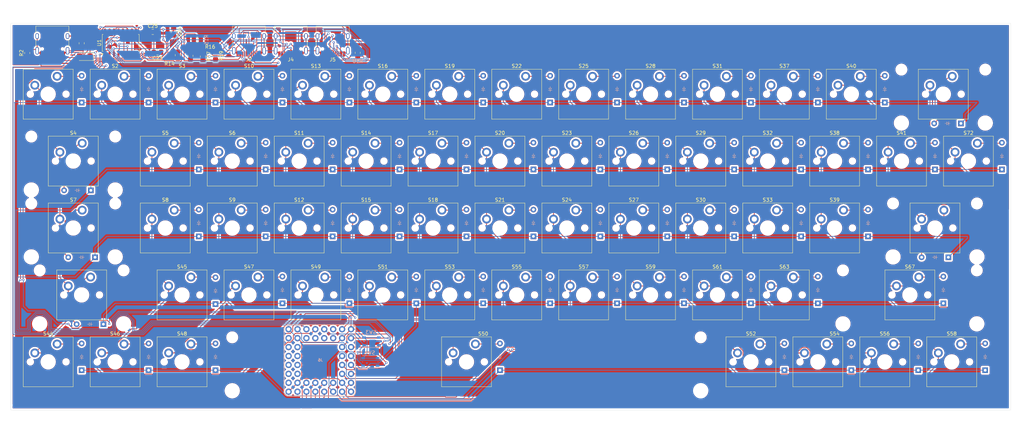
<source format=kicad_pcb>
(kicad_pcb (version 20240108) (generator "pcbnew") (generator_version "8.0")
  (title_block (title "MX Keyboard") (rev "V1.0") (company "Ronit Dsilva") (comment 1 "0.2mm Clearance"))
  (layers (0 "F.Cu" signal) (31 "B.Cu" signal) (34 "B.Paste" user) (35 "F.Paste" user) (36 "B.SilkS" user "B.Silkscreen") (37 "F.SilkS" user "F.Silkscreen") (38 "B.Mask" user) (39 "F.Mask" user) (44 "Edge.Cuts" user))
  (net 0 "")
  (net 1 "Net-(D1-A)")
  (net 2 "row0")
  (net 3 "Net-(D2-A)")
  (net 4 "Net-(D3-A)")
  (net 5 "Net-(D4-A)")
  (net 6 "row1")
  (net 7 "Net-(D5-A)")
  (net 8 "Net-(D6-A)")
  (net 9 "Net-(D7-A)")
  (net 10 "row2")
  (net 11 "Net-(D8-A)")
  (net 12 "Net-(D9-A)")
  (net 13 "Net-(D10-A)")
  (net 14 "Net-(D11-A)")
  (net 15 "Net-(D12-A)")
  (net 16 "Net-(D13-A)")
  (net 17 "Net-(D14-A)")
  (net 18 "Net-(D15-A)")
  (net 19 "Net-(D16-A)")
  (net 20 "Net-(D17-A)")
  (net 21 "Net-(D18-A)")
  (net 22 "Net-(D19-A)")
  (net 23 "Net-(D20-A)")
  (net 24 "Net-(D21-A)")
  (net 25 "Net-(D22-A)")
  (net 26 "Net-(D23-A)")
  (net 27 "Net-(D24-A)")
  (net 28 "Net-(D25-A)")
  (net 29 "Net-(D26-A)")
  (net 30 "Net-(D27-A)")
  (net 31 "Net-(D28-A)")
  (net 32 "Net-(D29-A)")
  (net 33 "Net-(D30-A)")
  (net 34 "Net-(D31-A)")
  (net 35 "Net-(D32-A)")
  (net 36 "Net-(D33-A)")
  (net 37 "Net-(D37-A)")
  (net 38 "Net-(D38-A)")
  (net 39 "Net-(D39-A)")
  (net 40 "Net-(D40-A)")
  (net 41 "Net-(D41-A)")
  (net 42 "Net-(D42-A)")
  (net 43 "row3")
  (net 44 "Net-(D43-A)")
  (net 45 "Net-(D44-A)")
  (net 46 "row4")
  (net 47 "Net-(D45-A)")
  (net 48 "Net-(D46-A)")
  (net 49 "Net-(D47-A)")
  (net 50 "Net-(D48-A)")
  (net 51 "Net-(D49-A)")
  (net 52 "Net-(D50-A)")
  (net 53 "Net-(D51-A)")
  (net 54 "Net-(D52-A)")
  (net 55 "Net-(D53-A)")
  (net 56 "Net-(D54-A)")
  (net 57 "Net-(D55-A)")
  (net 58 "Net-(D56-A)")
  (net 59 "Net-(D57-A)")
  (net 60 "Net-(D58-A)")
  (net 61 "Net-(D59-A)")
  (net 62 "Net-(D61-A)")
  (net 63 "Net-(D63-A)")
  (net 64 "Net-(D67-A)")
  (net 65 "Net-(D71-A)")
  (net 66 "Net-(D72-A)")
  (net 67 "col0")
  (net 68 "col1")
  (net 69 "col2")
  (net 70 "col3")
  (net 71 "col4")
  (net 72 "col5")
  (net 73 "col6")
  (net 74 "col7")
  (net 75 "col8")
  (net 76 "col9")
  (net 77 "col10")
  (net 78 "col11")
  (net 79 "col12")
  (net 80 "col13")
  (net 81 "Net-(U1-VDD3)")
  (net 82 "Net-(U1-VDD18)")
  (net 83 "Net-(D34-A)")
  (net 85 "/USB_D-")
  (net 87 "/USB_D+")
  (net 88 "Net-(J1-CC2)")
  (net 89 "Net-(J1-CC1)")
  (net 90 "Net-(J2-CC2)")
  (net 91 "/D1+")
  (net 92 "/D1-")
  (net 95 "Net-(J2-CC1)")
  (net 96 "Net-(J4-CC1)")
  (net 97 "/D2-")
  (net 99 "Net-(J4-CC2)")
  (net 101 "/D2+")
  (net 102 "/D3-")
  (net 104 "Net-(J5-CC1)")
  (net 106 "/D3+")
  (net 107 "Net-(J5-CC2)")
  (net 109 "USBC_GND")
  (net 110 "/USBC_VBUS")
  (net 114 "/D4+")
  (net 122 "Net-(J6-RUN)")
  (net 124 "Net-(J6-BOOTSEL)")
  (net 128 "/D4-")
  (footprint "Resistor_SMD:R_0805_2012Metric_Pad1.20x1.40mm_HandSolder" (layer "F.Cu") (at 105.37075 110.949375 -90)
    (property "Reference" "R1" (hide yes))
    (property "Value" "5.1K" (hide yes))
  )
  (footprint "ScottoKeebs_MX:MX_PCB_1.00u" (layer "F.Cu") (at 341.1145 182.5775)
    (property "Reference" "S67")
    (property "Value" "shiftright")
  )
  (footprint "Resistor_SMD:R_0805_2012Metric_Pad1.20x1.40mm_HandSolder" (layer "F.Cu") (at 89.892625 113.711875 90)
    (property "Reference" "R2")
    (property "Value" "5.1K" (hide yes))
  )
  (footprint "ScottoKeebs_MX:MX_PCB_1.00u" (layer "F.Cu") (at 248.24575 182.5775)
    (property "Reference" "S57")
    (property "Value" "m")
  )
  (footprint "ScottoKeebs_MX:MX_PCB_1.00u" (layer "F.Cu") (at 210.14575 125.4275)
    (property "Reference" "S19")
    (property "Value" "6")
  )
  (footprint "Package_SO:SOIC-16_4.55x10.3mm_P1.27mm" (layer "F.Cu") (at 116.48325 110.818125 90)
    (property "Reference" "U1")
    (property "Value" "SL2.1A")
  )
  (footprint "ScottoKeebs_MX:MX_PCB_1.00u" (layer "F.Cu") (at 350.6395 125.4275)
    (property "Reference" "S71" (hide yes))
    (property "Value" "backspace")
  )
  (footprint "ScottoKeebs_MX:MX_PCB_1.00u" (layer "F.Cu") (at 333.97075 201.6275)
    (property "Reference" "S56")
    (property "Value" "page")
  )
  (footprint "ScottoKeebs_MX:MX_PCB_1.00u" (layer "F.Cu") (at 186.33325 163.5275)
    (property "Reference" "S15")
    (property "Value" "f")
  )
  (footprint "ScottoKeebs_MX:MX_PCB_1.00u" (layer "F.Cu") (at 214.90825 201.6275)
    (property "Reference" "S50")
    (property "Value" "space")
  )
  (footprint "ScottoKeebs_MX:MX_PCB_1.00u" (layer "F.Cu") (at 319.68325 144.4775)
    (property "Reference" "S38")
    (property "Value" "[")
  )
  (footprint "ScottoKeebs_MX:MX_PCB_1.00u" (layer "F.Cu") (at 324.44575 125.4275)
    (property "Reference" "S40")
    (property "Value" "=")
  )
  (footprint "ScottoKeebs_MX:MX_PCB_1.00u" (layer "F.Cu") (at 281.58325 163.5275)
    (property "Reference" "S30")
    (property "Value" "l")
  )
  (footprint "ScottoKeebs_MX:MX_PCB_1.00u" (layer "F.Cu") (at 114.89575 201.6275)
    (property "Reference" "S46")
    (property "Value" "windows")
  )
  (footprint "Resistor_SMD:R_0805_2012Metric_Pad1.20x1.40mm_HandSolder" (layer "F.Cu") (at 136.327 114.52125 90)
    (property "Reference" "R16")
    (property "Value" "56K")
  )
  (footprint "ScottoKeebs_MX:MX_PCB_1.00u" (layer "F.Cu") (at 105.37075 182.5775)
    (property "Reference" "S43" (hide yes))
    (property "Value" "shift")
  )
  (footprint "ScottoKeebs_MX:MX_PCB_1.00u" (layer "F.Cu") (at 281.58325 144.4775)
    (property "Reference" "S29")
    (property "Value" "o")
  )
  (footprint "ScottoKeebs_MX:MX_PCB_1.00u" (layer "F.Cu") (at 319.68325 163.5275)
    (property "Reference" "S39")
    (property "Value" "'")
  )
  (footprint "Connector_USB:USB_C_Receptacle_HRO_TYPE-C-31-M-12" (layer "F.Cu") (at 164.902 109.949375 180)
    (property "Reference" "J4")
    (property "Value" "USB_C_Receptacle_USB2.0")
  )
  (footprint "ScottoKeebs_MX:MX_PCB_1.00u" (layer "F.Cu") (at 172.04575 125.4275)
    (property "Reference" "S13")
    (property "Value" "4")
  )
  (footprint "ScottoKeebs_MX:MX_PCB_1.00u" (layer "F.Cu") (at 229.19575 182.5775)
    (property "Reference" "S55")
    (property "Value" "n")
  )
  (footprint "ScottoKeebs_MX:MX_PCB_1.00u" (layer "F.Cu") (at 114.89575 125.4275)
    (property "Reference" "S2")
    (property "Value" "1")
  )
  (footprint "ScottoKeebs_MX:MX_PCB_1.00u" (layer "F.Cu") (at 191.09575 125.4275)
    (property "Reference" "S16")
    (property "Value" "5")
  )
  (footprint "Capacitor_SMD:C_0805_2012Metric_Pad1.18x1.45mm_HandSolder" (layer "F.Cu") (at 131.5645 107.72125 -90)
    (property "Reference" "C24")
    (property "Value" "10uF")
  )
  (footprint "ScottoKeebs_MX:MX_PCB_1.00u" (layer "F.Cu") (at 224.43325 144.4775)
    (property "Reference" "S20")
    (property "Value" "y")
  )
  (footprint "ScottoKeebs_MX:MX_PCB_1.00u" (layer "F.Cu") (at 300.63325 163.5275)
    (property "Reference" "S33")
    (property "Value" ";")
  )
  (footprint "Resistor_SMD:R_0805_2012Metric_Pad1.20x1.40mm_HandSolder" (layer "F.Cu") (at 138.303607 109.94937)
    (property "Reference" "R15")
    (property "Value" "56K")
  )
  (footprint "ScottoKeebs_MX:MX_PCB_1.00u" (layer "F.Cu") (at 148.23325 144.4775)
    (property "Reference" "S6")
    (property "Value" "w")
  )
  (footprint "Connector_USB:USB_C_Receptacle_HRO_TYPE-C-31-M-12" (layer "F.Cu") (at 152.99575 109.949375 180)
    (property "Reference" "J2")
    (property "Value" "USB_C_Receptacle_USB2.0")
  )
  (footprint "ScottoKeebs_MX:MX_PCB_1.00u" (layer "F.Cu") (at 186.33325 144.4775)
    (property "Reference" "S14")
    (property "Value" "r")
  )
  (footprint "ScottoKeebs_Stabilizer:Stabilizer_MX_3.00u" (layer "F.Cu") (at 341.1145 182.5775)
    (property "Reference" "REF**" (hide yes))
    (property "Value" "Stabilizer_MX_3.00u")
  )
  (footprint "ScottoKeebs_MX:MX_PCB_1.00u" (layer "F.Cu") (at 348.25825 163.5275)
    (property "Reference" "S42" (hide yes))
    (property "Value" "enter")
  )
  (footprint "ScottoKeebs_MX:MX_PCB_1.00u" (layer "F.Cu") (at 133.94575 125.4275)
    (property "Reference" "S3")
    (property "Value" "2")
  )
  (footprint "ScottoKeebs_Stabilizer:Stabilizer_MX_2.00u" (layer "F.Cu") (at 348.25825 163.5275)
    (property "Reference" "REF**" (hide yes))
    (property "Value" "Stabilizer_MX_2.00u")
  )
  (footprint "ScottoKeebs_MX:MX_PCB_1.00u" (layer "F.Cu") (at 102.9895 163.5275)
    (property "Reference" "S7")
    (property "Value" "caps")
  )
  (footprint "Resistor_SMD:R_0805_2012Metric_Pad1.20x1.40mm_HandSolder" (layer "F.Cu") (at 183.952 113.661875 -90)
    (property "Reference" "R18")
    (property "Value" "56K")
  )
  (footprint "ScottoKeebs_Stabilizer:Stabilizer_MX_8.00u" (layer "F.Cu") (at 214.90825 201.6275)
    (property "Reference" "REF**" (hide yes))
    (property "Value" "Stabilizer_MX_8.00u")
  )
  (footprint "ScottoKeebs_MX:MX_PCB_1.00u" (layer "F.Cu") (at 295.87075 201.6275)
    (property "Reference" "S52")
    (property "Value" "altright")
  )
  (footprint "Connector_USB:USB_C_Receptacle_HRO_TYPE-C-31-M-12" (layer "F.Cu") (at 176.80825 109.949375 180)
    (property "Reference" "J5")
    (property "Value" "USB_C_Receptacle_USB2.0")
  )
  (footprint "ScottoKeebs_MX:MX_PCB_1.00u" (layer "F.Cu") (at 205.38325 163.5275)
    (property "Reference" "S18")
    (property "Value" "g")
  )
  (footprint "ScottoKeebs_MX:MX_PCB_1.00u" (layer "F.Cu") (at 95.84575 201.6275)
    (property "Reference" "S44")
    (property "Value" "ctrl")
  )
  (footprint "ScottoKeebs_MX:MX_PCB_1.00u" (layer "F.Cu") (at 353.02075 201.6275)
    (property "Reference" "S58")
    (property "Value" "ctrlright")
  )
  (footprint "ScottoKeebs_MX:MX_PCB_1.00u" (layer "F.Cu") (at 191.09575 182.5775)
    (property "Reference" "S51")
    (property "Value" "v")
  )
  (footprint "ScottoKeebs_MX:MX_PCB_1.00u" (layer "F.Cu") (at 148.23325 163.5275)
    (property "Reference" "S9")
    (property "Value" "s")
  )
  (footprint "ScottoKeebs_MX:MX_PCB_1.00u" (layer "F.Cu") (at 224.43325 163.5275)
    (property "Reference" "S21")
    (property "Value" "h")
  )
  (footprint "ScottoKeebs_MX:MX_PCB_1.00u" (layer "F.Cu") (at 167.28325 163.5275)
    (property "Reference" "S12")
    (property "Value" "d")
  )
  (footprint "ScottoKeebs_Stabilizer:Stabilizer_MX_2.00u" (layer "F.Cu") (at 102.9895 163.5275)
    (property "Reference" "REF**" (hide yes))
    (property "Value" "Stabilizer_MX_2.00u")
  )
  (footprint "ScottoKeebs_MX:MX_PCB_1.00u" (layer "F.Cu") (at 286.34575 125.4275)
    (property "Reference" "S31")
    (property "Value" "0")
  )
  (footprint "ScottoKeebs_Stabilizer:Stabilizer_MX_2.00u" (layer "F.Cu") (at 350.6395 125.4275)
    (property "Reference" "REF**" (hide yes))
    (property "Value" "Stabilizer_MX_2.00u")
  )
  (footprint "ScottoKeebs_MX:MX_PCB_1.00u" (layer "F.Cu") (at 338.73325 144.4775)
    (property "Reference" "S41")
    (property "Value" "]")
  )
  (footprint "ScottoKeebs_MX:MX_PCB_1.00u" (layer "F.Cu") (at 305.39575 182.5775)
    (property "Reference" "S63")
    (property "Value" "/")
  )
  (footprint "ScottoKeebs_MX:MX_PCB_1.00u" (layer "F.Cu") (at 243.48325 144.4775)
    (property "Reference" "S23")
    (property "Value" "u")
  )
  (footprint "ScottoKeebs_MX:MX_PCB_1.00u" (layer "F.Cu") (at 133.94575 201.6275)
    (property "Reference" "S48")
    (property "Value" "alt")
  )
  (footprint "ScottoKeebs_MX:MX_PCB_1.00u" (layer "F.Cu") (at 167.28325 144.4775)
    (property "Reference" "S11")
    (property "Value" "e")
  )
  (footprint "ScottoKeebs_MX:MX_PCB_1.00u" (layer "F.Cu") (at 262.53325 163.5275)
    (property "Reference" "S27")
    (property "Value" "k")
  )
  (footprint "ScottoKeebs_Stabilizer:Stabilizer_MX_2.00u" (layer "F.Cu") (at 105.37075 182.5775)
    (property "Reference" "REF**" (hide yes))
    (property "Value" "Stabilizer_MX_2.00u")
  )
  (footprint "ScottoKeebs_MX:MX_PCB_1.00u" (layer "F.Cu") (at 314.92075 201.6275)
    (property "Reference" "S54")
    (property "Value" "windowsright")
  )
  (footprint "ScottoKeebs_MX:MX_PCB_1.00u" (layer "F.Cu") (at 229.19575 125.4275)
    (property "Reference" "S22")
    (property "Value" "7")
  )
  (footprint "Connector_USB:USB_C_Receptacle_HRO_TYPE-C-31-M-12" (layer "F.Cu") (at 97.036375 109.949375 180)
    (property "Reference" "J1" (hide yes))
    (property "Value" "USB_C_Receptacle_USB2.0")
  )
  (footprint "ScottoKeebs_Stabilizer:Stabilizer_MX_2.00u" (layer "F.Cu") (at 102.9895 144.4775)
    (property "Reference" "REF**" (hide yes))
    (property "Value" "Stabilizer_MX_2.00u")
  )
  (footprint "Capacitor_SMD:C_0805_2012Metric_Pad1.18x1.45mm_HandSolder" (layer "F.Cu") (at 126.955125 113.52125 180)
    (property "Reference" "C23")
    (property "Value" "10uF")
  )
  (footprint "ScottoKeebs_MX:MX_PCB_1.00u" (layer "F.Cu") (at 262.53325 144.4775)
    (property "Reference" "S26")
    (property "Value" "i")
  )
  (footprint "ScottoKeebs_MX:MX_PCB_1.00u" (layer "F.Cu") (at 267.29575 125.4275)
    (property "Reference" "S28")
    (property "Value" "9")
  )
  (footprint "Resistor_SMD:R_0805_2012Metric_Pad1.20x1.40mm_HandSolder" (layer "F.Cu") (at 132.755125 114.330625 -90)
    (property "Reference" "R14")
    (property "Value" "56K")
  )
  (footprint "ScottoKeebs_MX:MX_PCB_1.00u" (layer "F.Cu") (at 243.48325 163.5275)
    (property "Reference" "S24")
    (property "Value" "j")
  )
  (footprint "ScottoKeebs_MX:MX_PCB_1.00u" (layer "F.Cu") (at 286.34575 182.5775)
    (property "Reference" "S61")
    (property "Value" ".")
  )
  (footprint "ScottoKeebs_MX:MX_PCB_1.00u" (layer "F.Cu") (at 357.78325 144.4775)
    (property "Reference" "S72")
    (property "Value" "\\")
  )
  (footprint "ScottoKeebs_MX:MX_PCB_1.00u" (layer "F.Cu") (at 133.94575 182.5775)
    (property "Reference" "S45")
    (property "Value" "z")
  )
  (footprint "ScottoKeebs_MX:MX_PCB_1.00u" (layer "F.Cu") (at 129.18325 144.4775)
    (property "Reference" "S5")
    (property "Value" "q")
  )
  (footprint "ScottoKeebs_MX:MX_PCB_1.00u" (layer "F.Cu") (at 300.63325 144.4775)
    (property "Reference" "S32")
    (property "Value" "p")
  )
  (footprint "Capacitor_SMD:C_0805_2012Metric_Pad1.18x1.45mm_HandSolder" (layer "F.Cu") (at 125.611375 107.72125)
    (property "Reference" "C25")
    (property "Value" "100nF")
  )
  (footprint "ScottoKeebs_MX:MX_PCB_1.00u" (layer "F.Cu") (at 210.14575 182.5775)
    (property "Reference" "S53")
    (property "Value" "b")
  )
  (footprint "ScottoKeebs_MX:MX_PCB_1.00u" (layer "F.Cu") (at 129.18325 163.5275)
    (property "Reference" "S8")
    (property "Value" "a")
  )
  (footprint "ScottoKeebs_MX:MX_PCB_1.00u" (layer "F.Cu") (at 95.84575 125.4275)
    (property "Reference" "S1" (hide yes))
    (property "Value" "esc")
  )
  (footprint "ScottoKeebs_MX:MX_PCB_1.00u" (layer "F.Cu") (at 248.24575 125.4275)
    (property "Reference" "S25")
    (property "Value" "8")
  )
  (footprint "ScottoKeebs_MX:MX_PCB_1.00u" (layer "F.Cu") (at 152.99575 182.5775)
    (property "Reference" "S47")
    (property "Value" "x")
  )
  (footprint "ScottoKeebs_MX:MX_PCB_1.00u" (layer "F.Cu") (at 305.39575 125.4275)
    (property "Reference" "S37")
    (property "Value" "-")
  )
  (footprint "Resistor_SMD:R_0805_2012Metric_Pad1.20x1.40mm_HandSolder" (layer "F.Cu") (at 139.898875 114.711875 -90)
    (property "Reference" "R17")
    (property "Value" "56K")
  )
  (footprint "ScottoKeebs_MX:MX_PCB_1.00u" (layer "F.Cu") (at 172.04575 182.5775)
    (property "Reference" "S49")
    (property "Value" "c")
  )
  (footprint "ScottoKeebs_MX:MX_PCB_1.00u" (layer "F.Cu") (at 267.29575 182.5775)
    (property "Reference" "S59")
    (property "Value" ",")
  )
  (footprint "ScottoKeebs_MX:MX_PCB_1.00u" (layer "F.Cu") (at 205.38325 144.4775)
    (property "Reference" "S17")
    (property "Value" "t")
  )
  (footprint "ScottoKeebs_MX:MX_PCB_1.00u" (layer "F.Cu") (at 152.99575 125.4275)
    (property "Reference" "S10")
    (property "Value" "3")
  )
  (footprint "Resistor_SMD:R_0805_2012Metric_Pad1.20x1.40mm_HandSolder" (layer "F.Cu") (at 143.47075 114.52125 -90)
    (property "Reference" "R19")
    (property "Value" "56K")
  )
  (footprint "Diode_SMD:D_1206_3216Metric_Pad1.42x1.75mm_HandSolder" (layer "F.Cu") (at 106.2645 114.711875 180)
    (property "Reference" "D34" (hide yes))
    (property "Value" "SD1206T020S1R0" (hide yes))
  )
  (footprint "ScottoKeebs_MX:MX_PCB_1.00u" (layer "F.Cu") (at 102.9895 144.4775)
    (property "Reference" "S4")
    (property "Value" "tab")
  )
  (footprint "ScottoKeebs_Components:Diode_DO-35" (layer "B.Cu") (at 272.05825 146.85875 90)
    (property "Reference" "D26" (hide yes))
    (property "Value" "Diode" (hide yes))
  )
  (footprint "ScottoKeebs_Components:Diode_DO-35" (layer "B.Cu") (at 329.20825 165.90875 90)
    (property "Reference" "D39" (hide yes))
    (property "Value" "Diode" (hide yes))
  )
  (footprint "ScottoKeebs_Components:Diode_DO-35" (layer "B.Cu") (at 329.20825 146.85875 90)
    (property "Reference" "D38" (hide yes))
    (property "Value" "Diode" (hide yes))
  )
  (footprint "ScottoKeebs_Components:Diode_DO-35" (layer "B.Cu") (at 362.54575 204.00875 90)
    (property "Reference" "D58" (hide yes))
    (property "Value" "Diode" (hide yes))
  )
  (footprint "ScottoKeebs_Components:Diode_DO-35" (layer "B.Cu") (at 295.87075 184.95875 90)
    (property "Reference" "D61" (hide yes))
    (property "Value" "Diode" (hide yes))
  )
  (footprint "ScottoKeebs_Components:Diode_DO-35" (layer "B.Cu") (at 291.10825 146.85875 90)
    (property "Reference" "D29" (hide yes))
    (property "Value" "Diode" (hide yes))
  )
  (footprint "ScottoKeebs_Components:Diode_DO-35" (layer "B.Cu") (at 310.15825 165.90875 90)
    (property "Reference" "D33" (hide yes))
    (property "Value" "Diode" (hide yes))
  )
  (footprint "ScottoKeebs_Components:Diode_DO-35" (layer "B.Cu") (at 157.75825 146.85875 90)
    (property "Reference" "D6" (hide yes))
    (property "Value" "Diode" (hide yes))
  )
  (footprint "ScottoKeebs_Components:Diode_DO-35" (layer "B.Cu") (at 143.47075 127.80875 90)
    (property "Reference" "D3" (hide yes))
    (property "Value" "Diode" (hide yes))
  )
  (footprint "ScottoKeebs_Components:Diode_DO-35" (layer "B.Cu") (at 310.15825 146.85875 90)
    (property "Reference" "D32" (hide yes))
    (property "Value" "Diode" (hide yes))
  )
  (footprint "ScottoKeebs_Components:Diode_DO-35" (layer "B.Cu") (at 107.990125 152.811875 180)
    (property "Reference" "D4" (hide yes))
    (property "Value" "Diode" (hide yes))
  )
  (footprint "ScottoKeebs_Components:Diode_DO-35" (layer "B.Cu") (at 181.57075 184.95875 90)
    (property "Reference" "D49" (hide yes))
    (property "Value" "Diode" (hide yes))
  )
  (footprint "ScottoKeebs_Components:Diode_DO-35" (layer "B.Cu") (at 257.77075 127.80875 90)
    (property "Reference" "D25" (hide yes))
    (property "Value" "Diode" (hide yes))
  )
  (footprint "ScottoKeebs_Components:Diode_DO-35" (layer "B.Cu") (at 333.97075 127.80875 90)
    (property "Reference" "D40" (hide yes))
    (property "Value" "Diode" (hide yes))
  )
  (footprint "ScottoKeebs_Components:Diode_DO-35" (layer "B.Cu") (at 124.42075 204.00875 90)
    (property "Reference" "D46" (hide yes))
    (property "Value" "Diode" (hide yes))
  )
  (footprint "ScottoKeebs_Components:Diode_DO-35" (layer "B.Cu") (at 138.70825 146.85875 90)
    (property "Reference" "D5" (hide yes))
    (property "Value" "Diode" (hide yes))
  )
  (footprint "ScottoKeebs_Components:Diode_DO-35" (layer "B.Cu") (at 176.80825 165.90875 90)
    (property "Reference" "D12" (hide yes))
    (property "Value" "Diode" (hide yes))
  )
  (footprint "ScottoKeebs_Components:Diode_DO-35" (layer "B.Cu") (at 257.77075 184.95875 90)
    (property "Reference" "D57" (hide yes))
    (property "Value" "Diode" (hide yes))
  )
  (footprint "footprints:PGA2040_PTH_NO_SLOT" (layer "B.Cu") (at 173.157 201.230625 180)
    (property "Reference" "J6")
    (property "Value" "PGA2040")
  )
  (footprint "ScottoKeebs_Components:Diode_DO-35" (layer "B.Cu") (at 253.00825 165.90875 90)
    (property "Reference" "D24" (hide yes))
    (property "Value" "Diode" (hide yes))
  )
  (footprint "ScottoKeebs_Components:Diode_DO-35" (layer "B.Cu") (at 276.82075 184.95875 90)
    (property "Reference" "D59" (hide yes))
    (property "Value" "Diode" (hide yes))
  )
  (footprint "ScottoKeebs_Components:Diode_DO-35" (layer "B.Cu") (at 143.47075 185.196875 90)
    (property "Reference" "D45" (hide yes))
    (property "Value" "Diode" (hide yes))
  )
  (footprint "ScottoKeebs_Components:Diode_DO-35" (layer "B.Cu") (at 105.37075 127.80875 90)
    (property "Reference" "D1" (hide yes))
    (property "Value" "Diode" (hide yes))
  )
  (footprint "ScottoKeebs_Components:Diode_DO-35" (layer "B.Cu") (at 219.67075 184.95875 90)
    (property "Reference" "D53" (hide yes))
    (property "Value" "Diode" (hide yes))
  )
  (footprint "ScottoKeebs_Components:Diode_DO-35" (layer "B.Cu") (at 343.49575 204.00875 90)
    (property "Reference" "D56" (hide yes))
    (property "Value" "Diode" (hide yes))
  )
  (footprint "ScottoKeebs_Components:Diode_DO-35" (layer "B.Cu") (at 291.10825 165.90875 90)
    (property "Reference" "D30" (hide yes))
    (property "Value" "Diode" (hide yes))
  )
  (footprint "ScottoKeebs_Components:Diode_DO-35" (layer "B.Cu") (at 105.37075 204.00875 90)
    (property "Reference" "D44" (hide yes))
    (property "Value" "Diode" (hide yes))
  )
  (footprint "ScottoKeebs_Components:Diode_DO-35" (layer "B.Cu") (at 367.30825 146.85875 90)
    (property "Reference" "D72" (hide yes))
    (property "Value" "Diode" (hide yes))
  )
  (footprint "ScottoKeebs_Components:Diode_DO-35" (layer "B.Cu") (at 233.95825 146.85875 90)
    (property "Reference" "D20" (hide yes))
    (property "Value" "Diode" (hide yes))
  )
  (footprint "ScottoKeebs_Components:Diode_DO-35" (layer "B.Cu") (at 162.52075 184.95875 90)
    (property "Reference" "D47" (hide yes))
    (property "Value" "Diode" (hide yes))
  )
  (footprint "ScottoKeebs_Components:Diode_DO-35" (layer "B.Cu") (at 176.80825 146.85875 90)
    (property "Reference" "D11" (hide yes))
    (property "Value" "Diode" (hide yes))
  )
  (footprint "ScottoKeebs_Components:Diode_DO-35" (layer "B.Cu") (at 111.562 190.911875 180)
    (property "Reference" "D43" (hide yes))
    (property "Value" "Diode" (hide yes))
  )
  (footprint "ScottoKeebs_Components:Diode_DO-35" (layer "B.Cu") (at 195.85825 165.90875 90)
    (property "Reference" "D15" (hide yes))
    (property "Value" "Diode" (hide yes))
  )
  (footprint "ScottoKeebs_Components:Diode_DO-35" (layer "B.Cu") (at 272.05825 165.90875 90)
    (property "Reference" "D27" (hide yes))
    (property "Value" "Diode" (hide yes))
  )
  (footprint "ScottoKeebs_Components:Diode_DO-35" (layer "B.Cu") (at 352.06825 171.861875 180)
    (property "Reference" "D42" (hide yes))
    (property "Value" "Diode" (hide yes))
  )
  (footprint "Button_Switch_SMD:SW_Push_1P1T_NO_Vertical_Wuerth_434133025816" (layer "B.Cu") (at 187.855125 195.79 180)
    (property "Reference" "SW3")
    (property "Value" "RESET")
  )
  (footprint "ScottoKeebs_Components:Diode_DO-35" (layer "B.Cu") (at 214.90825 165.90875 90)
    (property "Reference" "D18" (hide yes))
    (property "Value" "Diode" (hide yes))
  )
  (footprint "Button_Switch_SMD:SW_Push_1P1T_NO_Vertical_Wuerth_434133025816" (layer "B.Cu") (at 187.523875 201.6275 180)
    (property "Reference" "SW4")
    (property "Value" "BOOTSEL")
  )
  (footprint "ScottoKeebs_Components:Diode_DO-35" (layer "B.Cu") (at 109.18075 171.861875 180)
    (property "Reference" "D7" (hide yes))
    (property "Value" "Diode" (hide yes))
  )
  (footprint "ScottoKeebs_Components:Diode_DO-35" (layer "B.Cu") (at 276.82075 127.80875 90)
    (property "Reference" "D28" (hide yes))
    (property "Value" "Diode" (hide yes))
  )
  (footprint "ScottoKeebs_Components:Diode_DO-35" (layer "B.Cu") (at 238.72075 127.80875 90)
    (property "Reference" "D22" (hide yes))
    (property "Value" "Diode" (hide yes))
  )
  (footprint "ScottoKeebs_Components:Diode_DO-35" (layer "B.Cu") (at 195.85825 146.85875 90)
    (property "Reference" "D14" (hide yes))
    (property "Value" "Diode" (hide yes))
  )
  (footprint "ScottoKeebs_Components:Diode_DO-35" (layer "B.Cu") (at 314.92075 184.95875 90)
    (property "Reference" "D63" (hide yes))
    (property "Value" "Diode" (hide yes))
  )
  (footprint "ScottoKeebs_Components:Diode_DO-35" (layer "B.Cu") (at 181.57075 127.80875 90)
    (property "Reference" "D13" (hide yes))
    (property "Value" "Diode" (hide yes))
  )
  (footprint "ScottoKeebs_Components:Diode_DO-35" (layer "B.Cu") (at 219.67075 127.80875 90)
    (property "Reference" "D19" (hide yes))
    (property "Value" "Diode" (hide yes))
  )
  (footprint "ScottoKeebs_Components:Diode_DO-35" (layer "B.Cu") (at 305.39575 204.00875 90)
    (property "Reference" "D52" (hide yes))
    (property "Value" "Diode" (hide yes))
  )
  (footprint "ScottoKeebs_Components:Diode_DO-35" (layer "B.Cu") (at 355.640125 133.761875 180)
    (property "Reference" "D71" (hide yes))
    (property "Value" "Diode" (hide yes))
  )
  (footprint "ScottoKeebs_Components:Diode_DO-35" (layer "B.Cu") (at 233.95825 165.90875 90)
    (property "Reference" "D21" (hide yes))
    (property "Value" "Diode" (hide yes))
  )
  (footprint "ScottoKeebs_Components:Diode_DO-35" (layer "B.Cu") (at 295.87075 127.80875 90)
    (property "Reference" "D31" (hide yes))
    (property "Value" "Diode" (hide yes))
  )
  (footprint "ScottoKeebs_Components:Diode_DO-35" (layer "B.Cu") (at 200.62075 184.95875 90)
    (property "Reference" "D51" (hide yes))
    (property "Value" "Diode" (hide yes))
  )
  (footprint "ScottoKeebs_Components:Diode_DO-35" (layer "B.Cu") (at 224.43325 204.00875 90)
    (property "Reference" "D50" (hide yes))
    (property "Value" "Diode" (hide yes))
  )
  (footprint "ScottoKeebs_Components:Diode_DO-35" (layer "B.Cu") (at 324.44575 204.00875 90)
    (property "Reference" "D54" (hide yes))
    (property "Value" "Diode" (hide yes))
  )
  (footprint "ScottoKeebs_Components:Diode_DO-35" (layer "B.Cu") (at 214.90825 146.85875 90)
    (property "Reference" "D17" (hide yes))
    (property "Value" "Diode" (hide yes))
  )
  (footprint "ScottoKeebs_Components:Diode_DO-35" (layer "B.Cu") (at 348.25825 146.85875 90)
    (property "Reference" "D41" (hide yes))
    (property "Value" "Diode" (hide yes))
  )
  (footprint "ScottoKeebs_Components:Diode_DO-35" (layer "B.Cu") (at 162.52075 127.80875 90)
    (property "Reference" "D10" (hide yes))
    (property "Value" "Diode" (hide yes))
  )
  (footprint "ScottoKeebs_Components:Diode_DO-35" (layer "B.Cu") (at 238.72075 184.95875 90)
    (property "Reference" "D55" (hide yes))
    (property "Value" "Diode" (hide yes))
  )
  (footprint "ScottoKeebs_Components:Diode_DO-35" (layer "B.Cu") (at 157.75825 165.90875 90)
    (property "Reference" "D9" (hide yes))
    (property "Value" "Diode" (hide yes))
  )
  (footprint "ScottoKeebs_Components:Diode_DO-35" (layer "B.Cu") (at 143.47075 204.00875 90)
    (property "Reference" "D48" (hide yes))
    (property "Value" "Diode" (hide yes))
  )
  (footprint "ScottoKeebs_Components:Diode_DO-35" (layer "B.Cu") (at 138.70825 165.90875 90)
    (property "Reference" "D8" (hide yes))
    (property "Value" "Diode" (hide yes))
  )
  (footprint "ScottoKeebs_Components:Diode_DO-35" (layer "B.Cu") (at 350.6395 184.95875 90)
    (property "Reference" "D67" (hide yes))
    (property "Value" "Diode" (hide yes))
  )
  (footprint "ScottoKeebs_Components:Diode_DO-35" (layer "B.Cu") (at 124.42075 127.80875 90)
    (property "Reference" "D2" (hide yes))
    (property "Value" "Diode" (hide yes))
  )
  (footprint "ScottoKeebs_Components:Diode_DO-35" (layer "B.Cu") (at 253.00825 146.85875 90)
    (property "Reference" "D23" (hide yes))
    (property "Value" "Diode" (hide yes))
  )
  (footprint "ScottoKeebs_Components:Diode_DO-35" (layer "B.Cu") (at 200.62075 127.80875 90)
    (property "Reference" "D16" (hide yes))
    (property "Value" "Diode" (hide yes))
  )
  (footprint "ScottoKeebs_Components:Diode_DO-35" (layer "B.Cu") (at 314.92075 127.80875 90)
    (property "Reference" "D37" (hide yes))
    (property "Value" "Diode" (hide yes))
  )
  (gr_rect (start 85.225136 105.258221) (end 369.78475 215.3435) (stroke (width 0.05)) (fill none) (layer "Edge.Cuts"))
  (segment (start 98.38575 120.3475) (end 105.212 120.3475) (width 0.2) (layer "F.Cu") (net 1))
  (segment (start 105.212 120.3475) (end 105.37075 120.18875) (width 0.2) (layer "F.Cu") (net 1))
  (segment (start 192.61975 194.8965) (end 192.603875 194.880625) (width 0.2) (layer "F.Cu") (net 2))
  (segment (start 192.603875 194.880625) (end 182.047 194.880625) (width 0.2) (layer "F.Cu") (net 2))
  (via (at 192.61975 194.8965) (size 0.6) (drill 0.3) (layers "F.Cu" "B.Cu") (net 2))
  (segment (start 122.752466 193.4805) (end 125.481341 190.751625) (width 0.2) (layer "B.Cu") (net 2))
  (segment (start 356.592625 132.809375) (end 356.83075 132.809375) (width 0.2) (layer "B.Cu") (net 2))
  (segment (start 125.481341 190.751625) (end 125.812713 190.751625) (width 0.2) (layer "B.Cu") (net 2))
  (segment (start 86.32075 193.4805) (end 122.752466 193.4805) (width 0.2) (layer "B.Cu") (net 2))
  (segment (start 105.37075 127.80875) (end 86.256886 127.80875) (width 0.2) (layer "B.Cu") (net 2))
  (segment (start 125.812713 190.751625) (end 187.41675 190.751625) (width 0.2) (layer "B.Cu") (net 2))
  (segment (start 356.83075 131.1425) (end 360.1645 127.80875) (width 0.2) (layer "B.Cu") (net 2))
  (segment (start 356.83075 132.809375) (end 356.83075 131.1425) (width 0.2) (layer "B.Cu") (net 2))
  (segment (start 86.32075 127.936114) (end 86.32075 193.4805) (width 0.2) (layer "B.Cu") (net 2))
  (segment (start 86.256886 127.80875) (end 86.225136 127.8405) (width 0.2) (layer "B.Cu") (net 2))
  (segment (start 191.561625 194.8965) (end 192.61975 194.8965) (width 0.2) (layer "B.Cu") (net 2))
  (segment (start 86.225136 127.8405) (end 86.32075 127.936114) (width 0.2) (layer "B.Cu") (net 2))
  (segment (start 187.41675 190.751625) (end 191.561625 194.8965) (width 0.2) (layer "B.Cu") (net 2))
  (segment (start 105.37075 127.80875) (end 360.1645 127.80875) (width 0.2) (layer "B.Cu") (net 2))
  (segment (start 355.640125 133.761875) (end 356.592625 132.809375) (width 0.2) (layer "B.Cu") (net 2))
  (segment (start 117.43575 120.3475) (end 124.262 120.3475) (width 0.2) (layer "F.Cu") (net 3))
  (segment (start 124.262 120.3475) (end 124.42075 120.18875) (width 0.2) (layer "F.Cu") (net 3))
  (segment (start 143.312 120.3475) (end 143.47075 120.18875) (width 0.2) (layer "F.Cu") (net 4))
  (segment (start 136.48575 120.3475) (end 143.312 120.3475) (width 0.2) (layer "F.Cu") (net 4))
  (segment (start 100.370125 152.811875) (end 100.370125 143.773473) (width 0.2) (layer "F.Cu") (net 5))
  (segment (start 104.746098 139.3975) (end 105.5295 139.3975) (width 0.2) (layer "F.Cu") (net 5))
  (segment (start 100.370125 143.773473) (end 104.746098 139.3975) (width 0.2) (layer "F.Cu") (net 5))
  (segment (start 191.60375 195.6585) (end 189.841625 197.420625) (width 0.2) (layer "F.Cu") (net 6))
  (segment (start 189.841625 197.420625) (end 182.047 197.420625) (width 0.2) (layer "F.Cu") (net 6))
  (via (at 191.60375 195.6585) (size 0.6) (drill 0.3) (layers "F.Cu" "B.Cu") (net 6))
  (segment (start 119.84875 190.027725) (end 118.279625 188.4586) (width 0.2) (layer "B.Cu") (net 6))
  (segment (start 114.89575 193.0805) (end 95.97275 193.0805) (width 0.2) (layer "B.Cu") (net 6))
  (segment (start 94.403625 188.4586) (end 92.461875 188.4586) (width 0.2) (layer "B.Cu") (net 6))
  (segment (start 95.97275 193.0805) (end 95.97275 190.027725) (width 0.2) (layer "B.Cu") (net 6))
  (segment (start 90.76575 193.0805) (end 86.72075 193.0805) (width 0.2) (layer "B.Cu") (net 6))
  (segment (start 102.3855 158.4165) (end 107.990125 152.811875) (width 0.2) (layer "B.Cu") (net 6))
  (segment (start 119.84875 193.0805) (end 119.84875 190.027725) (width 0.2) (layer "B.Cu") (net 6))
  (segment (start 114.96485 189.831625) (end 114.96485 193.0114) (width 0.2) (layer "B.Cu") (net 6))
  (segment (start 114.96485 193.0114) (end 114.89575 193.0805) (width 0.2) (layer "B.Cu") (net 6))
  (segment (start 92.461875 188.4586) (end 90.76575 190.154725) (width 0.2) (layer "B.Cu") (net 6))
  (segment (start 122.58678 193.0805) (end 119.84875 193.0805) (width 0.2) (layer "B.Cu") (net 6))
  (segment (start 118.279625 188.4586) (end 116.337875 188.4586) (width 0.2) (layer "B.Cu") (net 6))
  (segment (start 125.315655 190.351625) (end 122.58678 193.0805) (width 0.2) (layer "B.Cu") (net 6))
  (segment (start 95.97275 190.027725) (end 94.403625 188.4586) (width 0.2) (layer "B.Cu") (net 6))
  (segment (start 107.990125 151.383125) (end 112.5145 146.85875) (width 0.2) (layer "B.Cu") (net 6))
  (segment (start 116.337875 188.4586) (end 114.96485 189.831625) (width 0.2) (layer "B.Cu") (net 6))
  (segment (start 112.5145 146.85875) (end 367.30825 146.85875) (width 0.2) (layer "B.Cu") (net 6))
  (segment (start 192.706279 195.6585) (end 193.21975 195.145029) (width 0.2) (layer "B.Cu") (net 6))
  (segment (start 86.72075 193.0805) (end 86.72075 158.4285) (width 0.2) (layer "B.Cu") (net 6))
  (segment (start 193.21975 194.647971) (end 188.923404 190.351625) (width 0.2) (layer "B.Cu") (net 6))
  (segment (start 86.72075 158.4285) (end 86.73275 158.4165) (width 0.2) (layer "B.Cu") (net 6))
  (segment (start 193.21975 195.145029) (end 193.21975 194.647971) (width 0.2) (layer "B.Cu") (net 6))
  (segment (start 90.76575 190.154725) (end 90.76575 193.0805) (width 0.2) (layer "B.Cu") (net 6))
  (segment (start 188.923404 190.351625) (end 125.315655 190.351625) (width 0.2) (layer "B.Cu") (net 6))
  (segment (start 191.60375 195.6585) (end 192.706279 195.6585) (width 0.2) (layer "B.Cu") (net 6))
  (segment (start 107.990125 152.811875) (end 107.990125 151.383125) (width 0.2) (layer "B.Cu") (net 6))
  (segment (start 86.73275 158.4165) (end 102.3855 158.4165) (width 0.2) (layer "B.Cu") (net 6))
  (segment (start 131.72325 139.3975) (end 138.5495 139.3975) (width 0.2) (layer "F.Cu") (net 7))
  (segment (start 138.5495 139.3975) (end 138.70825 139.23875) (width 0.2) (layer "F.Cu") (net 7))
  (segment (start 150.77325 139.3975) (end 157.5995 139.3975) (width 0.2) (layer "F.Cu") (net 8))
  (segment (start 157.5995 139.3975) (end 157.75825 139.23875) (width 0.2) (layer "F.Cu") (net 8))
  (segment (start 101.56075 171.861875) (end 100.6395 170.940625) (width 0.2) (layer "F.Cu") (net 9))
  (segment (start 100.6395 161.569734) (end 103.761734 158.4475) (width 0.2) (layer "F.Cu") (net 9))
  (segment (start 100.6395 170.940625) (end 100.6395 161.569734) (width 0.2) (layer "F.Cu") (net 9))
  (segment (start 103.761734 158.4475) (end 105.5295 158.4475) (width 0.2) (layer "F.Cu") (net 9))
  (segment (start 193.21975 196.2015) (end 193.21975 194.647971) (width 0.2) (layer "F.Cu") (net 10))
  (segment (start 180.858 194.388125) (end 180.858 196.069625) (width 0.2) (layer "F.Cu") (net 10))
  (segment (start 192.263404 193.691625) (end 181.5545 193.691625) (width 0.2) (layer "F.Cu") (net 10))
  (segment (start 180.858 196.069625) (end 179.507 197.420625) (width 0.2) (layer "F.Cu") (net 10))
  (segment (start 192.93725 196.484) (end 193.21975 196.2015) (width 0.2) (layer "F.Cu") (net 10))
  (segment (start 193.21975 194.647971) (end 192.263404 193.691625) (width 0.2) (layer "F.Cu") (net 10))
  (segment (start 181.5545 193.691625) (end 180.858 194.388125) (width 0.2) (layer "F.Cu") (net 10))
  (via (at 192.93725 196.484) (size 0.6) (drill 0.3) (layers "F.Cu" "B.Cu") (net 10))
  (segment (start 114.56485 189.665939) (end 116.172189 188.0586) (width 0.2) (layer "B.Cu") (net 10))
  (segment (start 90.36575 192.5915) (end 90.36575 189.989039) (width 0.2) (layer "B.Cu") (net 10))
  (segment (start 357.46575 166.464375) (end 357.46575 165.90875) (width 0.2) (layer "B.Cu") (net 10))
  (segment (start 109.18075 169.2425) (end 112.5145 165.90875) (width 0.2) (layer "B.Cu") (net 10))
  (segment (start 103.576125 177.4665) (end 87.17875 177.4665) (width 0.2) (layer "B.Cu") (net 10))
  (segment (start 96.37275 189.8355) (end 96.37275 192.6805) (width 0.2) (layer "B.Cu") (net 10))
  (segment (start 193.88975 194.752285) (end 193.88975 195.5315) (width 0.2) (layer "B.Cu") (net 10))
  (segment (start 92.443289 187.9115) (end 94.44875 187.9115) (width 0.2) (layer "B.Cu") (net 10))
  (segment (start 112.5145 165.90875) (end 357.46575 165.90875) (width 0.2) (layer "B.Cu") (net 10))
  (segment (start 94.44875 187.9115) (end 96.37275 189.8355) (width 0.2) (layer "B.Cu") (net 10))
  (segment (start 109.18075 171.861875) (end 109.18075 169.2425) (width 0.2) (layer "B.Cu") (net 10))
  (segment (start 87.17875 177.4665) (end 87.17875 192.5605) (width 0.2) (layer "B.Cu") (net 10))
  (segment (start 90.36575 189.989039) (end 92.443289 187.9115) (width 0.2) (layer "B.Cu") (net 10))
  (segment (start 189.08909 189.951625) (end 193.88975 194.752285) (width 0.2) (layer "B.Cu") (net 10))
  (segment (start 125.149969 189.951625) (end 189.08909 189.951625) (width 0.2) (layer "B.Cu") (net 10))
  (segment (start 109.18075 171.861875) (end 103.576125 177.4665) (width 0.2) (layer "B.Cu") (net 10))
  (segment (start 116.172189 188.0586) (end 118.47185 188.0586) (width 0.2) (layer "B.Cu") (net 10))
  (segment (start 120.24875 192.6805) (end 122.421094 192.6805) (width 0.2) (layer "B.Cu") (net 10))
  (segment (start 192.93725 196.484) (end 192.87375 196.5475) (width 0.2) (layer "B.Cu") (net 10))
  (segment (start 87.17875 192.5605) (end 87.20975 192.5915) (width 0.2) (layer "B.Cu") (net 10))
  (segment (start 352.06825 171.861875) (end 357.46575 166.464375) (width 0.2) (layer "B.Cu") (net 10))
  (segment (start 118.47185 188.0586) (end 120.24875 189.8355) (width 0.2) (layer "B.Cu") (net 10))
  (segment (start 96.37275 192.6805) (end 114.56485 192.6805) (width 0.2) (layer "B.Cu") (net 10))
  (segment (start 122.421094 192.6805) (end 125.149969 189.951625) (width 0.2) (layer "B.Cu") (net 10))
  (segment (start 120.24875 189.8355) (end 120.24875 192.6805) (width 0.2) (layer "B.Cu") (net 10))
  (segment (start 114.56485 192.6805) (end 114.56485 189.665939) (width 0.2) (layer "B.Cu") (net 10))
  (segment (start 193.88975 195.5315) (end 192.93725 196.484) (width 0.2) (layer "B.Cu") (net 10))
  (segment (start 87.20975 192.5915) (end 90.36575 192.5915) (width 0.2) (layer "B.Cu") (net 10))
  (segment (start 131.72325 158.4475) (end 138.5495 158.4475) (width 0.2) (layer "F.Cu") (net 11))
  (segment (start 138.5495 158.4475) (end 138.70825 158.28875) (width 0.2) (layer "F.Cu") (net 11))
  (segment (start 157.5995 158.4475) (end 157.75825 158.28875) (width 0.2) (layer "F.Cu") (net 12))
  (segment (start 150.77325 158.4475) (end 157.5995 158.4475) (width 0.2) (layer "F.Cu") (net 12))
  (segment (start 162.362 120.3475) (end 162.52075 120.18875) (width 0.2) (layer "F.Cu") (net 13))
  (segment (start 155.53575 120.3475) (end 162.362 120.3475) (width 0.2) (layer "F.Cu") (net 13))
  (segment (start 176.6495 139.3975) (end 176.80825 139.23875) (width 0.2) (layer "F.Cu") (net 14))
  (segment (start 169.82325 139.3975) (end 176.6495 139.3975) (width 0.2) (layer "F.Cu") (net 14))
  (segment (start 176.6495 158.4475) (end 176.80825 158.28875) (width 0.2) (layer "F.Cu") (net 15))
  (segment (start 169.82325 158.4475) (end 176.6495 158.4475) (width 0.2) (layer "F.Cu") (net 15))
  (segment (start 174.58575 120.3475) (end 181.412 120.3475) (width 0.2) (layer "F.Cu") (net 16))
  (segment (start 181.412 120.3475) (end 181.57075 120.18875) (width 0.2) (layer "F.Cu") (net 16))
  (segment (start 195.6995 139.3975) (end 195.85825 139.23875) (width 0.2) (layer "F.Cu") (net 17))
  (segment (start 188.87325 139.3975) (end 195.6995 139.3975) (width 0.2) (layer "F.Cu") (net 17))
  (segment (start 195.6995 158.4475) (end 195.85825 158.28875) (width 0.2) (layer "F.Cu") (net 18))
  (segment (start 188.87325 158.4475) (end 195.6995 158.4475) (width 0.2) (layer "F.Cu") (net 18))
  (segment (start 200.462 120.3475) (end 200.62075 120.18875) (width 0.2) (layer "F.Cu") (net 19))
  (segment (start 193.63575 120.3475) (end 200.462 120.3475) (width 0.2) (layer "F.Cu") (net 19))
  (segment (start 207.92325 139.3975) (end 214.7495 139.3975) (width 0.2) (layer "F.Cu") (net 20))
  (segment (start 214.7495 139.3975) (end 214.90825 139.23875) (width 0.2) (layer "F.Cu") (net 20))
  (segment (start 207.92325 158.4475) (end 214.7495 158.4475) (width 0.2) (layer "F.Cu") (net 21))
  (segment (start 214.7495 158.4475) (end 214.90825 158.28875) (width 0.2) (layer "F.Cu") (net 21))
  (segment (start 212.68575 120.3475) (end 219.512 120.3475) (width 0.2) (layer "F.Cu") (net 22))
  (segment (start 219.512 120.3475) (end 219.67075 120.18875) (width 0.2) (layer "F.Cu") (net 22))
  (segment (start 233.7995 139.3975) (end 233.95825 139.23875) (width 0.2) (layer "F.Cu") (net 23))
  (segment (start 226.97325 139.3975) (end 233.7995 139.3975) (width 0.2) (layer "F.Cu") (net 23))
  (segment (start 226.97325 158.4475) (end 233.7995 158.4475) (width 0.2) (layer "F.Cu") (net 24))
  (segment (start 233.7995 158.4475) (end 233.95825 158.28875) (width 0.2) (layer "F.Cu") (net 24))
  (segment (start 238.562 120.3475) (end 238.72075 120.18875) (width 0.2) (layer "F.Cu") (net 25))
  (segment (start 231.73575 120.3475) (end 238.562 120.3475) (width 0.2) (layer "F.Cu") (net 25))
  (segment (start 252.8495 139.3975) (end 253.00825 139.23875) (width 0.2) (layer "F.Cu") (net 26))
  (segment (start 246.02325 139.3975) (end 252.8495 139.3975) (width 0.2) (layer "F.Cu") (net 26))
  (segment (start 252.8495 158.4475) (end 253.00825 158.28875) (width 0.2) (layer "F.Cu") (net 27))
  (segment (start 246.02325 158.4475) (end 252.8495 158.4475) (width 0.2) (layer "F.Cu") (net 27))
  (segment (start 257.612 120.3475) (end 257.77075 120.18875) (width 0.2) (layer "F.Cu") (net 28))
  (segment (start 250.78575 120.3475) (end 257.612 120.3475) (width 0.2) (layer "F.Cu") (net 28))
  (segment (start 265.07325 139.3975) (end 271.8995 139.3975) (width 0.2) (layer "F.Cu") (net 29))
  (segment (start 271.8995 139.3975) (end 272.05825 139.23875) (width 0.2) (layer "F.Cu") (net 29))
  (segment (start 265.07325 158.4475) (end 271.8995 158.4475) (width 0.2) (layer "F.Cu") (net 30))
  (segment (start 271.8995 158.4475) (end 272.05825 158.28875) (width 0.2) (layer "F.Cu") (net 30))
  (segment (start 276.662 120.3475) (end 276.82075 120.18875) (width 0.2) (layer "F.Cu") (net 31))
  (segment (start 269.83575 120.3475) (end 276.662 120.3475) (width 0.2) (layer "F.Cu") (net 31))
  (segment (start 284.12325 139.3975) (end 290.9495 139.3975) (width 0.2) (layer "F.Cu") (net 32))
  (segment (start 290.9495 139.3975) (end 291.10825 139.23875) (width 0.2) (layer "F.Cu") (net 32))
  (segment (start 290.9495 158.4475) (end 291.10825 158.28875) (width 0.2) (layer "F.Cu") (net 33))
  (segment (start 284.12325 158.4475) (end 290.9495 158.4475) (width 0.2) (layer "F.Cu") (net 33))
  (segment (start 295.712 120.3475) (end 295.87075 120.18875) (width 0.2) (layer "F.Cu") (net 34))
  (segment (start 288.88575 120.3475) (end 295.712 120.3475) (width 0.2) (layer "F.Cu") (net 34))
  (segment (start 303.17325 139.3975) (end 309.9995 139.3975) (width 0.2) (layer "F.Cu") (net 35))
  (segment (start 309.9995 139.3975) (end 310.15825 139.23875) (width 0.2) (layer "F.Cu") (net 35))
  (segment (start 309.9995 158.4475) (end 310.15825 158.28875) (width 0.2) (layer "F.Cu") (net 36))
  (segment (start 303.17325 158.4475) (end 309.9995 158.4475) (width 0.2) (layer "F.Cu") (net 36))
  (segment (start 314.762 120.3475) (end 314.92075 120.18875) (width 0.2) (layer "F.Cu") (net 37))
  (segment (start 307.93575 120.3475) (end 314.762 120.3475) (width 0.2) (layer "F.Cu") (net 37))
  (segment (start 322.22325 139.3975) (end 329.0495 139.3975) (width 0.2) (layer "F.Cu") (net 38))
  (segment (start 329.0495 139.3975) (end 329.20825 139.23875) (width 0.2) (layer "F.Cu") (net 38))
  (segment (start 322.22325 158.4475) (end 329.0495 158.4475) (width 0.2) (layer "F.Cu") (net 39))
  (segment (start 329.0495 158.4475) (end 329.20825 158.28875) (width 0.2) (layer "F.Cu") (net 39))
  (segment (start 326.98575 120.3475) (end 333.812 120.3475) (width 0.2) (layer "F.Cu") (net 40))
  (segment (start 333.812 120.3475) (end 333.97075 120.18875) (width 0.2) (layer "F.Cu") (net 40))
  (segment (start 348.0995 139.3975) (end 348.25825 139.23875) (width 0.2) (layer "F.Cu") (net 41))
  (segment (start 341.27325 139.3975) (end 348.0995 139.3975) (width 0.2) (layer "F.Cu") (net 41))
  (segment (start 350.79825 158.4475) (end 350.79825 164.310902) (width 0.2) (layer "F.Cu") (net 42))
  (segment (start 344.44825 170.660902) (end 344.44825 171.861875) (width 0.2) (layer "F.Cu") (net 42))
  (segment (start 350.79825 164.310902) (end 344.44825 170.660902) (width 0.2) (layer "F.Cu") (net 42))
  (segment (start 187.548875 202.0775) (end 186.298875 203.3275) (width 0.2) (layer "B.Cu") (net 43))
  (segment (start 183.236 202.0775) (end 183.236 201.149625) (width 0.2) (layer "B.Cu") (net 43))
  (segment (start 111.562 190.911875) (end 111.562 188.2925) (width 0.2) (layer "B.Cu") (net 43))
  (segment (start 184.486 203.3275) (end 183.236 202.0775) (width 0.2) (layer "B.Cu") (net 43))
  (segment (start 200.62075 191.398186) (end 189.941436 202.0775) (width 0.2) (layer "B.Cu") (net 43))
  (segment (start 200.62075 184.95875) (end 200.62075 191.398186) (width 0.2) (layer "B.Cu") (net 43))
  (segment (start 183.236 201.149625) (end 182.047 199.960625) (width 0.2) (layer "B.Cu") (net 43))
  (segment (start 111.562 188.2925) (end 114.89575 184.95875) (width 0.2) (layer "B.Cu") (net 43))
  (segment (start 189.941436 202.0775) (end 187.548875 202.0775) (width 0.2) (layer "B.Cu") (net 43))
  (segment (start 186.298875 203.3275) (end 184.486 203.3275) (width 0.2) (layer "B.Cu") (net 43))
  (segment (start 114.89575 184.95875) (end 350.6395 184.95875) (width 0.2) (layer "B.Cu") (net 43))
  (segment (start 103.02075 189.990625) (end 103.02075 181.355625) (width 0.2) (layer "F.Cu") (net 44))
  (segment (start 103.942 190.911875) (end 103.02075 189.990625) (width 0.2) (layer "F.Cu") (net 44))
  (segment (start 103.02075 181.355625) (end 106.878875 177.4975) (width 0.2) (layer "F.Cu") (net 44))
  (segment (start 106.878875 177.4975) (end 107.91075 177.4975) (width 0.2) (layer "F.Cu") (net 44))
  (segment (start 98.38575 196.5475) (end 105.212 196.5475) (width 0.2) (layer "F.Cu") (net 45))
  (segment (start 105.212 196.5475) (end 105.37075 196.38875) (width 0.2) (layer "F.Cu") (net 45))
  (segment (start 105.37075 204.00875) (end 143.47075 204.00875) (width 0.2) (layer "B.Cu") (net 46))
  (segment (start 179.583125 212.4225) (end 216.0195 212.4225) (width 0.2) (layer "B.Cu") (net 46))
  (segment (start 163.7745 211.309625) (end 177.84175 211.309625) (width 0.2) (layer "B.Cu") (net 46))
  (segment (start 224.43325 204.00875) (end 362.54575 204.00875) (width 0.2) (layer "B.Cu") (net 46))
  (segment (start 143.47075 204.00875) (end 156.473625 204.00875) (width 0.2) (layer "B.Cu") (net 46))
  (segment (start 216.0195 212.4225) (end 224.43325 204.00875) (width 0.2) (layer "B.Cu") (net 46))
  (segment (start 156.473625 204.00875) (end 163.7745 211.309625) (width 0.2) (layer "B.Cu") (net 46))
  (segment (start 178.156 210.995375) (end 179.583125 212.4225) (width 0.2) (layer "B.Cu") (net 46))
  (segment (start 179.507 199.960625) (end 178.156 201.311625) (width 0.2) (layer "B.Cu") (net 46))
  (segment (start 177.84175 211.309625) (end 178.156 210.995375) (width 0.2) (layer "B.Cu") (net 46))
  (segment (start 178.156 201.311625) (end 178.156 210.995375) (width 0.2) (layer "B.Cu") (net 46))
  (segment (start 136.48575 177.4975) (end 143.391375 177.4975) (width 0.2) (layer "F.Cu") (net 47))
  (segment (start 143.391375 177.4975) (end 143.47075 177.576875) (width 0.2) (layer "F.Cu") (net 47))
  (segment (start 117.43575 196.5475) (end 124.262 196.5475) (width 0.2) (layer "F.Cu") (net 48))
  (segment (start 124.262 196.5475) (end 124.42075 196.38875) (width 0.2) (layer "F.Cu") (net 48))
  (segment (start 155.53575 177.4975) (end 162.362 177.4975) (width 0.2) (layer "F.Cu") (net 49))
  (segment (start 162.362 177.4975) (end 162.52075 177.33875) (width 0.2) (layer "F.Cu") (net 49))
  (segment (start 136.48575 196.5475) (end 143.312 196.5475) (width 0.2) (layer "F.Cu") (net 50))
  (segment (start 143.312 196.5475) (end 143.47075 196.38875) (width 0.2) (layer "F.Cu") (net 50))
  (segment (start 174.58575 177.4975) (end 181.412 177.4975) (width 0.2) (layer "F.Cu") (net 51))
  (segment (start 181.412 177.4975) (end 181.57075 177.33875) (width 0.2) (layer "F.Cu") (net 51))
  (segment (start 224.2745 196.5475) (end 224.43325 196.38875) (width 0.2) (layer "F.Cu") (net 52))
  (segment (start 217.44825 196.5475) (end 224.2745 196.5475) (width 0.2) (layer "F.Cu") (net 52))
  (segment (start 193.63575 177.4975) (end 200.462 177.4975) (width 0.2) (layer "F.Cu") (net 53))
  (segment (start 200.462 177.4975) (end 200.62075 177.33875) (width 0.2) (layer "F.Cu") (net 53))
  (segment (start 305.237 196.5475) (end 305.39575 196.38875) (width 0.2) (layer "F.Cu") (net 54))
  (segment (start 298.41075 196.5475) (end 305.237 196.5475) (width 0.2) (layer "F.Cu") (net 54))
  (segment (start 219.512 177.4975) (end 219.67075 177.33875) (width 0.2) (layer "F.Cu") (net 55))
  (segment (start 212.68575 177.4975) (end 219.512 177.4975) (width 0.2) (layer "F.Cu") (net 55))
  (segment (start 317.46075 196.5475) (end 324.287 196.5475) (width 0.2) (layer "F.Cu") (net 56))
  (segment (start 324.287 196.5475) (end 324.44575 196.38875) (width 0.2) (layer "F.Cu") (net 56))
  (segment (start 238.562 177.4975) (end 238.72075 177.33875) (width 0.2) (layer "F.Cu") (net 57))
  (segment (start 231.73575 177.4975) (end 238.562 177.4975) (width 0.2) (layer "F.Cu") (net 57))
  (segment (start 336.51075 196.5475) (end 343.337 196.5475) (width 0.2) (layer "F.Cu") (net 58))
  (segment (start 343.337 196.5475) (end 343.49575 196.38875) (width 0.2) (layer "F.Cu") (net 58))
  (segment (start 250.78575 177.4975) (end 257.612 177.4975) (width 0.2) (layer "F.Cu") (net 59))
  (segment (start 257.612 177.4975) (end 257.77075 177.33875) (width 0.2) (layer "F.Cu") (net 59))
  (segment (start 362.387 196.5475) (end 362.54575 196.38875) (width 0.2) (layer "F.Cu") (net 60))
  (segment (start 355.56075 196.5475) (end 362.387 196.5475) (width 0.2) (layer "F.Cu") (net 60))
  (segment (start 276.662 177.4975) (end 276.82075 177.33875) (width 0.2) (layer "F.Cu") (net 61))
  (segment (start 269.83575 177.4975) (end 276.662 177.4975) (width 0.2) (layer "F.Cu") (net 61))
  (segment (start 295.712 177.4975) (end 295.87075 177.33875) (width 0.2) (layer "F.Cu") (net 62))
  (segment (start 288.88575 177.4975) (end 295.712 177.4975) (width 0.2) (layer "F.Cu") (net 62))
  (segment (start 314.762 177.4975) (end 314.92075 177.33875) (width 0.2) (layer "F.Cu") (net 63))
  (segment (start 307.93575 177.4975) (end 314.762 177.4975) (width 0.2) (layer "F.Cu") (net 63))
  (segment (start 343.6545 177.4975) (end 350.48075 177.4975) (width 0.2) (layer "F.Cu") (net 64))
  (segment (start 350.48075 177.4975) (end 350.6395 177.33875) (width 0.2) (layer "F.Cu") (net 64))
  (segment (start 348.2895 131.888125) (end 348.2895 124.454098) (width 0.2) (layer "F.Cu") (net 65))
  (segment (start 352.396098 120.3475) (end 353.1795 120.3475) (width 0.2) (layer "F.Cu") (net 65))
  (segment (start 349.21075 132.809375) (end 348.2895 131.888125) (width 0.2) (layer "F.Cu") (net 65))
  (segment (start 348.972625 132.809375) (end 349.21075 132.809375) (width 0.2) (layer "F.Cu") (net 65))
  (segment (start 348.2895 124.454098) (end 352.396098 120.3475) (width 0.2) (layer "F.Cu") (net 65))
  (segment (start 348.020125 133.761875) (end 348.972625 132.809375) (width 0.2) (layer "F.Cu") (net 65))
  (segment (start 360.32325 139.3975) (end 367.1495 139.3975) (width 0.2) (layer "F.Cu") (net 66))
  (segment (start 367.1495 139.3975) (end 367.30825 139.23875) (width 0.2) (layer "F.Cu") (net 66))
  (segment (start 93.285749 136.043749) (end 99.1795 141.9375) (width 0.2) (layer "F.Cu") (net 67))
  (segment (start 194.667716 191.507251) (end 194.667716 203.770534) (width 0.2) (layer "F.Cu") (net 67))
  (segment (start 193.47709 191.507251) (end 194.667716 191.507251) (width 0.2) (layer "F.Cu") (net 67))
  (segment (start 93.285749 124.137499) (end 93.285749 136.043749) (width 0.2) (layer "F.Cu") (net 67))
  (segment (start 189.905212 187.935373) (end 193.47709 191.507251) (width 0.2) (layer "F.Cu") (net 67))
  (segment (start 164.7595 193.529625) (end 165.456 192.833125) (width 0.2) (layer "F.Cu") (net 67))
  (segment (start 101.56075 180.0375) (end 101.56075 189.5625) (width 0.2) (layer "F.Cu") (net 67))
  (segment (start 162.3815 193.529625) (end 164.7595 193.529625) (width 0.2) (layer "F.Cu") (net 67))
  (segment (start 194.27075 203.4055) (end 182.951875 203.4055) (width 0.2) (layer "F.Cu") (net 67))
  (segment (start 92.03575 122.8875) (end 93.285749 124.137499) (width 0.2) (layer "F.Cu") (net 67))
  (segment (start 101.56075 189.5625) (end 92.03575 199.0875) (width 0.2) (layer "F.Cu") (net 67))
  (segment (start 169.069257 187.935373) (end 189.905212 187.935373) (width 0.2) (layer "F.Cu") (net 67))
  (segment (start 99.1795 177.65625) (end 101.56075 180.0375) (width 0.2) (layer "F.Cu") (net 67))
  (segment (start 99.1795 141.9375) (end 99.1795 160.9875) (width 0.2) (layer "F.Cu") (net 67))
  (segment (start 165.456 191.54863) (end 169.069257 187.935373) (width 0.2) (layer "F.Cu") (net 67))
  (segment (start 105.393346 199.0875) (end 111.414596 205.10875) (width 0.2) (layer "F.Cu") (net 67))
  (segment (start 165.456 192.833125) (end 165.456 191.54863) (width 0.2) (layer "F.Cu") (net 67))
  (segment (start 194.65175 203.7865) (end 194.27075 203.4055) (width 0.2) (layer "F.Cu") (net 67))
  (segment (start 111.414596 205.10875) (end 150.802375 205.10875) (width 0.2) (layer "F.Cu") (net 67))
  (segment (start 182.951875 203.4055) (end 182.047 202.500625) (width 0.2) (layer "F.Cu") (net 67))
  (segment (start 194.667716 203.770534) (end 194.65175 203.7865) (width 0.2) (layer "F.Cu") (net 67))
  (segment (start 99.1795 160.9875) (end 99.1795 177.65625) (width 0.2) (layer "F.Cu") (net 67))
  (segment (start 150.802375 205.10875) (end 162.3815 193.529625) (width 0.2) (layer "F.Cu") (net 67))
  (segment (start 92.03575 199.0875) (end 105.393346 199.0875) (width 0.2) (layer "F.Cu") (net 67))
  (segment (start 195.458342 203.813511) (end 194.667716 204.604137) (width 0.2) (layer "F.Cu") (net 68))
  (segment (start 124.593338 199.0875) (end 128.358338 202.8525) (width 0.2) (layer "F.Cu") (net 68))
  (segment (start 180.858 203.851625) (end 179.507 202.500625) (width 0.2) (layer "F.Cu") (net 68))
  (segment (start 125.37325 160.9875) (end 125.37325 175.275) (width 0.2) (layer "F.Cu") (net 68))
  (segment (start 125.37325 141.9375) (end 125.37325 160.9875) (width 0.2) (layer "F.Cu") (net 68))
  (segment (start 194.667716 204.604137) (end 193.915204 203.851625) (width 0.2) (layer "F.Cu") (net 68))
  (segment (start 112.703718 199.0875) (end 111.08575 199.0875) (width 0.2) (layer "F.Cu") (net 68))
  (segment (start 193.915204 203.851625) (end 180.858 203.851625) (width 0.2) (layer "F.Cu") (net 68))
  (segment (start 156.525878 198.0975) (end 167.283318 187.34006) (width 0.2) (layer "F.Cu") (net 68))
  (segment (start 130.13575 180.0375) (end 130.13575 183.039912) (width 0.2) (layer "F.Cu") (net 68))
  (segment (start 128.358338 202.8525) (end 129.397348 202.8525) (width 0.2) (layer "F.Cu") (net 68))
  (segment (start 120.946277 192.229385) (end 119.561833 192.229385) (width 0.2) (layer "F.Cu") (net 68))
  (segment (start 195.458342 190.911938) (end 195.458342 203.813511) (width 0.2) (layer "F.Cu") (net 68))
  (segment (start 129.397348 202.8525) (end 134.152348 198.0975) (width 0.2) (layer "F.Cu") (net 68))
  (segment (start 130.13575 183.039912) (end 120.946277 192.229385) (width 0.2) (layer "F.Cu") (net 68))
  (segment (start 134.152348 198.0975) (end 156.525878 198.0975) (width 0.2) (layer "F.Cu") (net 68))
  (segment (start 193.47709 190.911938) (end 195.458342 190.911938) (width 0.2) (layer "F.Cu") (net 68))
  (segment (start 189.905212 187.34006) (end 193.47709 190.911938) (width 0.2) (layer "F.Cu") (net 68))
  (segment (start 167.283318 187.34006) (end 189.905212 187.34006) (width 0.2) (layer "F.Cu") (net 68))
  (segment (start 119.561833 192.229385) (end 112.703718 199.0875) (width 0.2) (layer "F.Cu") (net 68))
  (segment (start 111.08575 199.0875) (end 124.593338 199.0875) (width 0.2) (layer "F.Cu") (net 68))
  (segment (start 111.08575 122.8875) (end 111.08575 127.65) (width 0.2) (layer "F.Cu") (net 68))
  (segment (start 111.08575 127.65) (end 125.37325 141.9375) (width 0.2) (layer "F.Cu") (net 68))
  (segment (start 125.37325 175.275) (end 130.13575 180.0375) (width 0.2) (layer "F.Cu") (net 68))
  (segment (start 190.214528 186.45875) (end 194.072403 190.316625) (width 0.2) (layer "F.Cu") (net 69))
  (segment (start 131.72325 199.0875) (end 146.447309 184.363441) (width 0.2) (layer "F.Cu") (net 69))
  (segment (start 149.18575 180.0375) (end 144.42325 175.275) (width 0.2) (layer "F.Cu") (net 69))
  (segment (start 144.42325 141.9375) (end 130.13575 127.65) (width 0.2) (layer "F.Cu") (net 69))
  (segment (start 146.69075 182.070088) (end 148.723338 180.0375) (width 0.2) (layer "F.Cu") (net 69))
  (segment (start 130.13575 199.0875) (end 131.72325 199.0875) (width 0.2) (layer "F.Cu") (net 69))
  (segment (start 146.6775 184.13325) (end 149.003 186.45875) (width 0.2) (layer "F.Cu") (net 69))
  (segment (start 144.42325 175.275) (end 144.42325 160.9875) (width 0.2) (layer "F.Cu") (net 69))
  (segment (start 130.13575 127.65) (end 130.13575 122.8875) (width 0.2) (layer "F.Cu") (net 69))
  (segment (start 146.69075 184.12) (end 146.69075 182.070088) (width 0.2) (layer "F.Cu") (net 69))
  (segment (start 195.421854 205.040625) (end 182.047 205.040625) (width 0.2) (layer "F.Cu") (net 69))
  (segment (start 189.516434 186.45875) (end 190.214528 186.45875) (width 0.2) (layer "F.Cu") (net 69))
  (segment (start 195.858342 190.316625) (end 195.858342 204.604137) (width 0.2) (layer "F.Cu") (net 69))
  (segment (start 195.858342 204.604137) (end 195.421854 205.040625) (width 0.2) (layer "F.Cu") (net 69))
  (segment (start 144.42325 160.9875) (end 144.42325 141.9375) (width 0.2) (layer "F.Cu") (net 69))
  (segment (start 149.003 186.45875) (end 189.516434 186.45875) (width 0.2) (layer "F.Cu") (net 69))
  (segment (start 148.723338 180.0375) (end 149.18575 180.0375) (width 0.2) (layer "F.Cu") (net 69))
  (segment (start 146.447309 184.363441) (end 146.69075 184.12) (width 0.2) (layer "F.Cu") (net 69))
  (segment (start 194.072403 190.316625) (end 195.858342 190.316625) (width 0.2) (layer "F.Cu") (net 69))
  (segment (start 180.47075 186.05875) (end 190.439439 186.05875) (width 0.2) (layer "F.Cu") (net 70))
  (segment (start 180.856451 206.390076) (end 179.507 205.040625) (width 0.2) (layer "F.Cu") (net 70))
  (segment (start 207.7645 189.72125) (end 211.09825 193.055) (width 0.2) (layer "F.Cu") (net 70))
  (segment (start 190.439439 186.05875) (end 194.101939 189.72125) (width 0.2) (layer "F.Cu") (net 70))
  (segment (start 163.47325 160.9875) (end 163.47325 175.275) (width 0.2) (layer "F.Cu") (net 70))
  (segment (start 194.101939 189.72125) (end 196.453655 189.72125) (width 0.2) (layer "F.Cu") (net 70))
  (segment (start 194.667716 206.390076) (end 180.856451 206.390076) (width 0.2) (layer "F.Cu") (net 70))
  (segment (start 196.453655 189.72125) (end 207.7645 189.72125) (width 0.2) (layer "F.Cu") (net 70))
  (segment (start 196.453655 189.72125) (end 196.453655 204.604137) (width 0.2) (layer "F.Cu") (net 70))
  (segment (start 163.47325 139.228402) (end 163.47325 141.9375) (width 0.2) (layer "F.Cu") (net 70))
  (segment (start 180.380204 185.968204) (end 180.47075 186.05875) (width 0.2) (layer "F.Cu") (net 70))
  (segment (start 171.103656 184.958808) (end 180.380204 184.958808) (width 0.2) (layer "F.Cu") (net 70))
  (segment (start 196.453655 204.604137) (end 194.667716 206.390076) (width 0.2) (layer "F.Cu") (net 70))
  (segment (start 168.23575 182.090902) (end 171.103656 184.958808) (width 0.2) (layer "F.Cu") (net 70))
  (segment (start 149.18575 122.8875) (end 149.18575 124.940902) (width 0.2) (layer "F.Cu") (net 70))
  (segment (start 168.23575 180.0375) (end 168.23575 182.090902) (width 0.2) (layer "F.Cu") (net 70))
  (segment (start 211.09825 193.055) (end 211.09825 199.0875) (width 0.2) (layer "F.Cu") (net 70))
  (segment (start 149.18575 124.940902) (end 163.47325 139.228402) (width 0.2) (layer "F.Cu") (net 70))
  (segment (start 180.380204 184.958808) (end 180.380204 185.968204) (width 0.2) (layer "F.Cu") (net 70))
  (segment (start 163.47325 141.9375) (end 163.47325 160.9875) (width 0.2) (layer "F.Cu") (net 70))
  (segment (start 163.47325 175.275) (end 168.23575 180.0375) (width 0.2) (layer "F.Cu") (net 70))
  (segment (start 290.428944 197.455694) (end 226.128556 197.455694) (width 0.2) (layer "F.Cu") (net 71))
  (segment (start 165.74075 124.58875) (end 167.442 122.8875) (width 0.2) (layer "F.Cu") (net 71))
  (segment (start 208.84375 211.5335) (end 180.68175 211.5335) (width 0.2) (layer "F.Cu") (net 71))
  (segment (start 282.6945 189.72125) (end 208.955125 189.72125) (width 0.2) (layer "F.Cu") (net 71))
  (segment (start 209.00275 211.6925) (end 208.84375 211.5335) (width 0.2) (layer "F.Cu") (net 71))
  (segment (start 292.06075 199.0875) (end 282.6945 189.72125) (width 0.2) (layer "F.Cu") (net 71))
  (segment (start 226.128556 197.455694) (end 211.89175 211.6925) (width 0.2) (layer "F.Cu") (net 71))
  (segment (start 182.52325 160.9875) (end 182.52325 141.9375) (width 0.2) (layer "F.Cu") (net 71))
  (segment (start 208.955125 189.72125) (end 208.555125 189.32125) (width 0.2) (layer "F.Cu") (net 71))
  (segment (start 194.267625 189.32125) (end 187.28575 182.339375) (width 0.2) (layer "F.Cu") (net 71))
  (segment (start 182.52325 141.9375) (end 178.43325 137.8475) (width 0.2) (layer "F.Cu") (net 71))
  (segment (start 180.68175 211.5335) (end 180.696 211.51925) (width 0.2) (layer "F.Cu") (net 71))
  (segment (start 211.89175 211.6925) (end 209.00275 211.6925) (width 0.2) (layer "F.Cu") (net 71))
  (segment (start 167.442 122.8875) (end 168.23575 122.8875) (width 0.2) (layer "F.Cu") (net 71))
  (segment (start 182.52325 175.275) (end 182.52325 160.9875) (width 0.2) (layer "F.Cu") (net 71))
  (segment (start 165.74075 125.934912) (end 165.74075 124.58875) (width 0.2) (layer "F.Cu") (net 71))
  (segment (start 178.43325 137.8475) (end 177.653338 137.8475) (width 0.2) (layer "F.Cu") (net 71))
  (segment (start 292.06075 199.0875) (end 290.428944 197.455694) (width 0.2) (layer "F.Cu") (net 71))
  (segment (start 177.653338 137.8475) (end 165.74075 125.934912) (width 0.2) (layer "F.Cu") (net 71))
  (segment (start 187.28575 182.339375) (end 187.28575 180.0375) (width 0.2) (layer "F.Cu") (net 71))
  (segment (start 187.28575 180.0375) (end 182.52325 175.275) (width 0.2) (layer "F.Cu") (net 71))
  (segment (start 180.696 208.931625) (end 182.047 207.580625) (width 0.2) (layer "F.Cu") (net 71))
  (segment (start 180.696 211.51925) (end 180.696 208.931625) (width 0.2) (layer "F.Cu") (net 71))
  (segment (start 208.555125 189.32125) (end 194.267625 189.32125) (width 0.2) (layer "F.Cu") (net 71))
  (segment (start 283.695907 188.530625) (end 212.775473 188.530625) (width 0.2) (layer "F.Cu") (net 72))
  (segment (start 286.941231 198.055694) (end 228.005244 198.055694) (width 0.2) (layer "F.Cu") (net 72))
  (segment (start 206.33575 180.0375) (end 201.57325 175.275) (width 0.2) (layer "F.Cu") (net 72))
  (segment (start 293.61075 200.539912) (end 293.61075 198.445468) (width 0.2) (layer "F.Cu") (net 72))
  (segment (start 187.28575 127.65) (end 187.28575 122.8875) (width 0.2) (layer "F.Cu") (net 72))
  (segment (start 201.57325 141.9375) (end 187.28575 127.65) (width 0.2) (layer "F.Cu") (net 72))
  (segment (start 291.322348 202.8525) (end 290.283338 202.8525) (width 0.2) (layer "F.Cu") (net 72))
  (segment (start 212.775473 188.530625) (end 206.33575 182.090902) (width 0.2) (layer "F.Cu") (net 72))
  (segment (start 286.941231 199.510393) (end 286.941231 198.055694) (width 0.2) (layer "F.Cu") (net 72))
  (segment (start 295.063162 199.0875) (end 293.61075 200.539912) (width 0.2) (layer "F.Cu") (net 72))
  (segment (start 293.61075 198.445468) (end 283.695907 188.530625) (width 0.2) (layer "F.Cu") (net 72))
  (segment (start 311.11075 199.0875) (end 295.087348 199.0875) (width 0.2) (layer "F.Cu") (net 72))
  (segment (start 201.57325 175.275) (end 201.57325 160.9875) (width 0.2) (layer "F.Cu") (net 72))
  (segment (start 206.33575 182.090902) (end 206.33575 180.0375) (width 0.2) (layer "F.Cu") (net 72))
  (segment (start 201.57325 160.9875) (end 201.57325 141.9375) (width 0.2) (layer "F.Cu") (net 72))
  (segment (start 290.283338 202.8525) (end 286.941231 199.510393) (width 0.2) (layer "F.Cu") (net 72))
  (segment (start 311.11075 199.0875) (end 295.063162 199.0875) (width 0.2) (layer "F.Cu") (net 72))
  (segment (start 295.087348 199.0875) (end 291.322348 202.8525) (width 0.2) (layer "F.Cu") (net 72))
  (via (at 228.005244 198.055694) (size 0.6) (drill 0.3) (layers "F.Cu" "B.Cu") (net 72))
  (segment (start 214.038438 212.0225) (end 181.408875 212.0225) (width 0.2) (layer "B.Cu") (net 72))
  (segment (start 228.005244 198.055694) (end 214.038438 212.0225) (width 0.2) (layer "B.Cu") (net 72))
  (segment (start 181.408875 212.0225) (end 179.507 210.120625) (width 0.2) (layer "B.Cu") (net 72))
  (segment (start 220.62325 160.9875) (end 220.62325 141.9375) (width 0.2) (layer "F.Cu") (net 73))
  (segment (start 228.005125 188.130625) (end 225.38575 185.51125) (width 0.2) (layer "F.Cu") (net 73))
  (segment (start 206.33575 127.65) (end 206.33575 122.8875) (width 0.2) (layer "F.Cu") (net 73))
  (segment (start 225.38575 185.51125) (end 225.38575 180.0375) (width 0.2) (layer "F.Cu") (net 73))
  (segment (start 330.16075 202.089912) (end 327.141912 205.10875) (width 0.2) (layer "F.Cu") (net 73))
  (segment (start 309.318718 198.6875) (end 295.312 198.6875) (width 0.2) (layer "F.Cu") (net 73))
  (segment (start 310.468718 197.5375) (end 309.318718 198.6875) (width 0.2) (layer "F.Cu") (net 73))
  (segment (start 295.312 198.6875) (end 284.755125 188.130625) (width 0.2) (layer "F.Cu") (net 73))
  (segment (start 285.750605 198.885453) (end 285.750605 198.651007) (width 0.2) (layer "F.Cu") (net 73))
  (segment (start 229.19587 198.655694) (end 227.414618 198.655694) (width 0.2) (layer "F.Cu") (net 73))
  (segment (start 227.414618 198.655694) (end 226.814618 198.055694) (width 0.2) (layer "F.Cu") (net 73))
  (segment (start 285.750605 198.651007) (end 285.745918 198.655694) (width 0.2) (layer "F.Cu") (net 73))
  (segment (start 225.38575 167.827588) (end 220.62325 163.065088) (width 0.2) (layer "F.Cu") (net 73))
  (segment (start 285.745918 198.655694) (end 229.19587 198.655694) (width 0.2) (layer "F.Cu") (net 73))
  (segment (start 330.16075 199.0875) (end 330.16075 202.089912) (width 0.2) (layer "F.Cu") (net 73))
  (segment (start 284.755125 188.130625) (end 228.005125 188.130625) (width 0.2) (layer "F.Cu") (net 73))
  (segment (start 312.66075 200.539912) (end 312.66075 198.445468) (width 0.2) (layer "F.Cu") (net 73))
  (segment (start 220.62325 163.065088) (end 220.62325 160.9875) (width 0.2) (layer "F.Cu") (net 73))
  (segment (start 220.62325 141.9375) (end 206.33575 127.65) (width 0.2) (layer "F.Cu") (net 73))
  (segment (start 225.38575 180.0375) (end 225.38575 167.827588) (width 0.2) (layer "F.Cu") (net 73))
  (segment (start 314.113162 199.0875) (end 312.66075 200.539912) (width 0.2) (layer "F.Cu") (net 73))
  (segment (start 311.752782 197.5375) (end 310.468718 197.5375) (width 0.2) (layer "F.Cu") (net 73))
  (segment (start 330.16075 199.0875) (end 314.113162 199.0875) (width 0.2) (layer "F.Cu") (net 73))
  (segment (start 327.141912 205.10875) (end 291.973902 205.10875) (width 0.2) (layer "F.Cu") (net 73))
  (segment (start 312.66075 198.445468) (end 311.752782 197.5375) (width 0.2) (layer "F.Cu") (net 73))
  (segment (start 291.973902 205.10875) (end 285.750605 198.885453) (width 0.2) (layer "F.Cu") (net 73))
  (via (at 226.814618 198.055694) (size 0.6) (drill 0.3) (layers "F.Cu" "B.Cu") (net 73))
  (segment (start 180.696 199.468125) (end 179.9995 198.771625) (width 0.2) (layer "B.Cu") (net 73))
  (segment (start 175.778 202.008125) (end 175.778 208.931625) (width 0.2) (layer "B.Cu") (net 73))
  (segment (start 179.9995 198.771625) (end 179.0145 198.771625) (width 0.2) (layer "B.Cu") (net 73))
  (segment (start 226.814618 198.055694) (end 218.478687 206.391625) (width 0.2) (layer "B.Cu") (net 73))
  (segment (start 218.478687 206.391625) (end 181.5545 206.391625) (width 0.2) (layer "B.Cu") (net 73))
  (segment (start 180.696 205.533125) (end 180.696 199.468125) (width 0.2) (layer "B.Cu") (net 73))
  (segment (start 179.0145 198.771625) (end 175.778 202.008125) (width 0.2) (layer "B.Cu") (net 73))
  (segment (start 181.5545 206.391625) (end 180.696 205.533125) (width 0.2) (layer "B.Cu") (net 73))
  (segment (start 175.778 208.931625) (end 176.967 210.120625) (width 0.2) (layer "B.Cu") (net 73))
  (segment (start 239.67325 160.9875) (end 239.67325 141.9375) (width 0.2) (layer "F.Cu") (net 74))
  (segment (start 278.85275 212.0925) (end 175.47475 212.0925) (width 0.2) (layer "F.Cu") (net 74))
  (segment (start 175.616 211.95125) (end 175.616 208.931625) (width 0.2) (layer "F.Cu") (net 74))
  (segment (start 280.88475 207.2155) (end 278.85275 209.2475) (width 0.2) (layer "F.Cu") (net 74))
  (segment (start 225.38575 127.65) (end 225.38575 122.8875) (width 0.2) (layer "F.Cu") (net 74))
  (segment (start 284.69475 209.649225) (end 282.261025 207.2155) (width 0.2) (layer "F.Cu") (net 74))
  (segment (start 244.673875 187.34) (end 244.43575 187.101875) (width 0.2) (layer "F.Cu") (net 74))
  (segment (start 239.67325 141.9375) (end 225.38575 127.65) (width 0.2) (layer "F.Cu") (net 74))
  (segment (start 278.85275 209.2475) (end 278.85275 212.0925) (width 0.2) (layer "F.Cu") (net 74))
  (segment (start 239.67325 163.065088) (end 239.67325 160.9875) (width 0.2) (layer "F.Cu") (net 74))
  (segment (start 291.10825 193.293125) (end 285.155125 187.34) (width 0.2) (layer "F.Cu") (net 74))
  (segment (start 284.69475 212.0925) (end 284.69475 209.649225) (width 0.2) (layer "F.Cu") (net 74))
  (segment (start 244.43575 187.101875) (end 244.43575 180.0375) (width 0.2) (layer "F.Cu") (net 74))
  (segment (start 285.155125 187.34) (end 244.673875 187.34) (width 0.2) (layer "F.Cu") (net 74))
  (segment (start 175.616 208.931625) (end 176.967 207.580625) (width 0.2) (layer "F.Cu") (net 74))
  (segment (start 349.21075 199.0875) (end 343.416375 193.293125) (width 0.2) (layer "F.Cu") (net 74))
  (segment (start 343.416375 193.293125) (end 291.10825 193.293125) (width 0.2) (layer "F.Cu") (net 74))
  (segment (start 349.21075 202.089912) (end 339.208162 212.0925) (width 0.2) (layer "F.Cu") (net 74))
  (segment (start 339.208162 212.0925) (end 284.69475 212.0925) (width 0.2) (layer "F.Cu") (net 74))
  (segment (start 244.43575 167.827588) (end 239.67325 163.065088) (width 0.2) (layer "F.Cu") (net 74))
  (segment (start 282.261025 207.2155) (end 280.88475 207.2155) (width 0.2) (layer "F.Cu") (net 74))
  (segment (start 244.43575 180.0375) (end 244.43575 167.827588) (width 0.2) (layer "F.Cu") (net 74))
  (segment (start 349.21075 199.0875) (end 349.21075 202.089912) (width 0.2) (layer "F.Cu") (net 74))
  (segment (start 175.47475 212.0925) (end 175.616 211.95125) (width 0.2) (layer "F.Cu") (net 74))
  (segment (start 302.584899 187.144747) (end 366.868503 187.144747) (width 0.2) (layer "F.Cu") (net 75))
  (segment (start 302.350584 186.910432) (end 302.584899 187.144747) (width 0.2) (layer "F.Cu") (net 75))
  (segment (start 366.868503 187.144747) (end 366.868503 211.042443) (width 0.2) (layer "F.Cu") (net 75))
  (segment (start 174.20475 211.9145) (end 174.427 211.69225) (width 0.2) (layer "F.Cu") (net 75))
  (segment (start 366.868503 211.042443) (end 365.418446 212.4925) (width 0.2) (layer "F.Cu") (net 75))
  (segment (start 263.48575 180.0375) (end 258.72325 175.275) (width 0.2) (layer "F.Cu") (net 75))
  (segment (start 174.20475 212.4925) (end 174.20475 211.9145) (width 0.2) (layer "F.Cu") (net 75))
  (segment (start 258.72325 141.9375) (end 244.43575 127.65) (width 0.2) (layer "F.Cu") (net 75))
  (segment (start 174.427 211.69225) (end 174.427 210.120625) (width 0.2) (layer "F.Cu") (net 75))
  (segment (start 258.72325 175.275) (end 258.72325 160.9875) (width 0.2) (layer "F.Cu") (net 75))
  (segment (start 280.856682 186.910432) (end 302.350584 186.910432) (width 0.2) (layer "F.Cu") (net 75))
  (segment (start 365.418446 212.4925) (end 174.20475 212.4925) (width 0.2) (layer "F.Cu") (net 75))
  (segment (start 258.72325 160.9875) (end 258.72325 141.9375) (width 0.2) (layer "F.Cu") (net 75))
  (segment (start 244.43575 127.65) (end 244.43575 122.8875) (width 0.2) (layer "F.Cu") (net 75))
  (segment (start 263.48575 180.0375) (end 273.98375 180.0375) (width 0.2) (layer "F.Cu") (net 75))
  (segment (start 273.98375 180.0375) (end 280.856682 186.910432) (width 0.2) (layer "F.Cu") (net 75))
  (segment (start 365.584132 212.8925) (end 172.93475 212.8925) (width 0.2) (layer "F.Cu") (net 76))
  (segment (start 277.77325 160.9875) (end 277.77325 141.9375) (width 0.2) (layer "F.Cu") (net 76))
  (segment (start 277.77325 175.275) (end 277.77325 160.9875) (width 0.2) (layer "F.Cu") (net 76))
  (segment (start 367.308486 186.744747) (end 367.308486 211.168146) (width 0.2) (layer "F.Cu") (net 76))
  (segment (start 367.308486 211.168146) (end 365.584132 212.8925) (width 0.2) (layer "F.Cu") (net 76))
  (segment (start 172.93475 212.8925) (end 173.076 212.75125) (width 0.2) (layer "F.Cu") (net 76))
  (segment (start 282.53575 180.0375) (end 277.77325 175.275) (width 0.2) (layer "F.Cu") (net 76))
  (segment (start 263.48575 127.65) (end 263.48575 122.8875) (width 0.2) (layer "F.Cu") (net 76))
  (segment (start 277.77325 141.9375) (end 263.48575 127.65) (width 0.2) (layer "F.Cu") (net 76))
  (segment (start 296.043338 180.0375) (end 302.750585 186.744747) (width 0.2) (layer "F.Cu") (net 76))
  (segment (start 282.53575 180.0375) (end 296.043338 180.0375) (width 0.2) (layer "F.Cu") (net 76))
  (segment (start 302.750585 186.744747) (end 367.308486 186.744747) (width 0.2) (layer "F.Cu") (net 76))
  (segment (start 173.076 212.75125) (end 173.076 208.931625) (width 0.2) (layer "F.Cu") (net 76))
  (segment (start 173.076 208.931625) (end 174.427 207.580625) (width 0.2) (layer "F.Cu") (net 76))
  (segment (start 367.813115 186.05875) (end 337.452152 186.05875) (width 0.2) (layer "F.Cu") (net 77))
  (segment (start 331.430902 180.0375) (end 301.58575 180.0375) (width 0.2) (layer "F.Cu") (net 77))
  (segment (start 367.889738 186.135373) (end 367.813115 186.05875) (width 0.2) (layer "F.Cu") (net 77))
  (segment (start 367.889738 211.15258) (end 365.749818 213.2925) (width 0.2) (layer "F.Cu") (net 77))
  (segment (start 337.452152 186.05875) (end 331.430902 180.0375) (width 0.2) (layer "F.Cu") (net 77))
  (segment (start 296.82325 141.9375) (end 282.53575 127.65) (width 0.2) (layer "F.Cu") (net 77))
  (segment (start 367.889738 211.15258) (end 367.889738 186.135373) (width 0.2) (layer "F.Cu") (net 77))
  (segment (start 296.82325 160.9875) (end 296.82325 141.9375) (width 0.2) (layer "F.Cu") (net 77))
  (segment (start 296.82325 175.275) (end 296.82325 160.9875) (width 0.2) (layer "F.Cu") (net 77))
  (segment (start 301.58575 180.0375) (end 296.82325 175.275) (width 0.2) (layer "F.Cu") (net 77))
  (segment (start 171.887 213.19725) (end 171.887 210.120625) (width 0.2) (layer "F.Cu") (net 77))
  (segment (start 171.79175 213.2925) (end 171.887 213.19725) (width 0.2) (layer "F.Cu") (net 77))
  (segment (start 282.53575 127.65) (end 282.53575 122.8875) (width 0.2) (layer "F.Cu") (net 77))
  (segment (start 365.749818 213.2925) (end 171.79175 213.2925) (width 0.2) (layer "F.Cu") (net 77))
  (segment (start 362.773117 180.0375) (end 368.289738 185.554121) (width 0.2) (layer "F.Cu") (net 78))
  (segment (start 332.869848 180.0375) (end 315.87325 163.040902) (width 0.2) (layer "F.Cu") (net 78))
  (segment (start 170.64875 213.6925) (end 170.64875 208.818875) (width 0.2) (layer "F.Cu") (net 78))
  (segment (start 337.3045 180.0375) (end 332.869848 180.0375) (width 0.2) (layer "F.Cu") (net 78))
  (segment (start 315.87325 163.040902) (end 315.87325 160.9875) (width 0.2) (layer "F.Cu") (net 78))
  (segment (start 301.58575 124.965088) (end 301.58575 122.8875) (width 0.2) (layer "F.Cu") (net 78))
  (segment (start 315.87325 160.9875) (end 315.87325 141.9375) (width 0.2) (layer "F.Cu") (net 78))
  (segment (start 170.64875 208.818875) (end 171.887 207.580625) (width 0.2) (layer "F.Cu") (net 78))
  (segment (start 367.46075 213.6925) (end 170.64875 213.6925) (width 0.2) (layer "F.Cu") (net 78))
  (segment (start 368.289738 185.554121) (end 368.289738 213.536512) (width 0.2) (layer "F.Cu") (net 78))
  (segment (start 337.3045 180.0375) (end 362.773117 180.0375) (width 0.2) (layer "F.Cu") (net 78))
  (segment (start 367.96875 213.8575) (end 367.62575 213.8575) (width 0.2) (layer "F.Cu") (net 78))
  (segment (start 368.289738 213.536512) (end 367.96875 213.8575) (width 0.2) (layer "F.Cu") (net 78))
  (segment (start 315.87325 141.9375) (end 315.87325 139.252588) (width 0.2) (layer "F.Cu") (net 78))
  (segment (start 367.62575 213.8575) (end 367.46075 213.6925) (width 0.2) (layer "F.Cu") (net 78))
  (segment (start 315.87325 139.252588) (end 301.58575 124.965088) (width 0.2) (layer "F.Cu") (net 78))
  (segment (start 357.106568 156.8975) (end 368.689738 168.48067) (width 0.2) (layer "F.Cu") (net 79))
  (segment (start 348.53825 156.8975) (end 357.106568 156.8975) (width 0.2) (layer "F.Cu") (net 79))
  (segment (start 334.92325 132.581598) (end 325.229152 122.8875) (width 0.2) (layer "F.Cu") (net 79))
  (segment (start 368.20375 214.2575) (end 169.32589 214.2575) (width 0.2) (layer "F.Cu") (net 79))
  (segment (start 344.44825 160.9875) (end 334.92325 151.4625) (width 0.2) (layer "F.Cu") (net 79))
  (segment (start 368.689738 213.771512) (end 368.20375 214.2575) (width 0.2) (layer "F.Cu") (net 79))
  (segment (start 344.44825 160.9875) (end 348.53825 156.8975) (width 0.2) (layer "F.Cu") (net 79))
  (segment (start 334.92325 151.4625) (end 334.92325 141.9375) (width 0.2) (layer "F.Cu") (net 79))
  (segment (start 368.689738 168.48067) (end 368.689738 213.771512) (width 0.2) (layer "F.Cu") (net 79))
  (segment (start 169.347 214.23639) (end 169.347 210.120625) (width 0.2) (layer "F.Cu") (net 79))
  (segment (start 169.32589 214.2575) (end 169.347 214.23639) (width 0.2) (layer "F.Cu") (net 79))
  (segment (start 325.229152 122.8875) (end 320.63575 122.8875) (width 0.2) (layer "F.Cu") (net 79))
  (segment (start 334.92325 141.9375) (end 334.92325 132.581598) (width 0.2) (layer "F.Cu") (net 79))
  (segment (start 353.97325 143.990902) (end 369.089738 159.10739) (width 0.2) (layer "F.Cu") (net 80))
  (segment (start 353.97325 141.9375) (end 353.97325 143.990902) (width 0.2) (layer "F.Cu") (net 80))
  (segment (start 170.763124 214.6575) (end 170.763124 214.721126) (width 0.2) (layer "F.Cu") (net 80))
  (segment (start 346.8295 134.79375) (end 346.8295 122.8875) (width 0.2) (layer "F.Cu") (net 80))
  (segment (start 369.089738 159.10739) (end 369.089738 213.979489) (width 0.2) (layer "F.Cu") (net 80))
  (segment (start 168.25889 214.73164) (end 168.23575 214.7085) (width 0.2) (layer "F.Cu") (net 80))
  (segment (start 369.089738 213.979489) (end 368.411727 214.6575) (width 0.2) (layer "F.Cu") (net 80))
  (segment (start 353.97325 141.9375) (end 346.8295 134.79375) (width 0.2) (layer "F.Cu") (net 80))
  (segment (start 168.23575 214.7085) (end 168.23575 214.3275) (width 0.2) (layer "F.Cu") (net 80))
  (segment (start 168.158 214.24975) (end 168.158 208.769625) (width 0.2) (layer "F.Cu") (net 80))
  (segment (start 368.411727 214.6575) (end 170.763124 214.6575) (width 0.2) (layer "F.Cu") (net 80))
  (segment (start 170.75261 214.73164) (end 168.25889 214.73164) (width 0.2) (layer "F.Cu") (net 80))
  (segment (start 170.763124 214.721126) (end 170.75261 214.73164) (width 0.2) (layer "F.Cu") (net 80))
  (segment (start 168.23575 214.3275) (end 168.158 214.24975) (width 0.2) (layer "F.Cu") (net 80))
  (segment (start 168.158 208.769625) (end 169.347 207.580625) (width 0.2) (layer "F.Cu") (net 80))
  (segment (start 115.84825 108.368124) (end 116.948251 109.468125) (width 0.2) (layer "F.Cu") (net 81))
  (segment (start 120.267256 109.468125) (end 125.345381 114.54625) (width 0.2) (layer "F.Cu") (net 81))
  (segment (start 116.948251 109.468125) (end 120.267256 109.468125) (width 0.2) (layer "F.Cu") (net 81))
  (segment (start 125.345381 114.54625) (end 126.967625 114.54625) (width 0.2) (layer "F.Cu") (net 81))
  (segment (start 126.967625 114.54625) (end 127.992625 113.52125) (width 0.2) (layer "F.Cu") (net 81))
  (segment (start 115.84825 107.568125) (end 115.84825 108.368124) (width 0.2) (layer "F.Cu") (net 81))
  (segment (start 128.54891 115.34625) (end 129.892195 114.002965) (width 0.2) (layer "F.Cu") (net 82))
  (segment (start 129.778599 109.94937) (end 130.969219 108.75875) (width 0.2) (layer "F.Cu") (net 82))
  (segment (start 129.892195 114.002965) (end 129.892195 110.062966) (width 0.2) (layer "F.Cu") (net 82))
  (segment (start 114.57825 107.568125) (end 114.57825 108.368124) (width 0.2) (layer "F.Cu") (net 82))
  (segment (start 121.987966 115.33381) (end 122.236496 115.33381) (width 0.2) (layer "F.Cu") (net 82))
  (segment (start 125.014009 115.34625) (end 128.54891 115.34625) (width 0.2) (layer "F.Cu") (net 82))
  (segment (start 108.608269 116.497813) (end 109.537957 115.568125) (width 0.2) (layer "F.Cu") (net 82))
  (segment (start 130.969219 108.75875) (end 131.5645 108.75875) (width 0.2) (layer "F.Cu") (net 82))
  (segment (start 114.57825 108.368124) (end 114.142919 108.803455) (width 0.2) (layer "F.Cu") (net 82))
  (segment (start 114.142919 108.803455) (end 111.368606 108.803454) (width 0.2) (layer "F.Cu") (net 82))
  (segment (start 123.896114 114.228355) (end 125.014009 115.34625) (width 0.2) (layer "F.Cu") (net 82))
  (segment (start 129.892195 110.062966) (end 129.778599 109.94937) (width 0.2) (layer "F.Cu") (net 82))
  (segment (start 106.1895 113.98256) (end 106.1895 116.497813) (width 0.2) (layer "F.Cu") (net 82))
  (segment (start 111.368606 108.803454) (end 106.1895 113.98256) (width 0.2) (layer "F.Cu") (net 82))
  (segment (start 122.236496 115.33381) (end 123.341951 114.228355) (width 0.2) (layer "F.Cu") (net 82))
  (segment (start 109.537957 115.568125) (end 121.753652 115.568125) (width 0.2) (layer "F.Cu") (net 82))
  (segment (start 123.341951 114.228355) (end 123.896114 114.228355) (width 0.2) (layer "F.Cu") (net 82))
  (segment (start 106.1895 116.497813) (end 108.608269 116.497813) (width 0.2) (layer "F.Cu") (net 82))
  (segment (start 121.753652 115.568125) (end 121.987966 115.33381) (width 0.2) (layer "F.Cu") (net 82))
  (segment (start 99.486375 113.994375) (end 99.486375 114.919375) (width 0.2) (layer "F.Cu") (net 83))
  (segment (start 99.586375 115.019375) (end 104.4695 115.019375) (width 0.2) (layer "F.Cu") (net 83))
  (segment (start 99.486375 113.994375) (end 99.486375 115.419375) (width 0.2) (layer "F.Cu") (net 83))
  (segment (start 99.486375 115.419375) (end 94.586375 115.419375) (width 0.2) (layer "F.Cu") (net 83))
  (segment (start 104.4695 115.019375) (end 104.777 114.711875) (width 0.2) (layer "F.Cu") (net 83))
  (segment (start 94.586375 115.419375) (end 94.586375 113.994375) (width 0.2) (layer "F.Cu") (net 83))
  (segment (start 99.486375 114.919375) (end 99.586375 115.019375) (width 0.2) (layer "F.Cu") (net 83))
  (segment (start 97.786375 113.994375) (end 97.786375 107.568125) (width 0.2) (layer "F.Cu") (net 85))
  (segment (start 97.736375 115.019375) (end 97.786375 114.969375) (width 0.2) (layer "F.Cu") (net 85))
  (segment (start 96.786375 113.994375) (end 96.786375 114.969375) (width 0.2) (layer "F.Cu") (net 85))
  (segment (start 97.786375 107.568125) (end 110.615722 107.568125) (width 0.2) (layer "F.Cu") (net 85))
  (segment (start 96.786375 114.969375) (end 96.836375 115.019375) (width 0.2) (layer "F.Cu") (net 85))
  (segment (start 97.786375 114.969375) (end 97.786375 113.994375) (width 0.2) (layer "F.Cu") (net 85))
  (segment (start 119.944224 106.068125) (end 120.92825 107.052151) (width 0.2) (layer "F.Cu") (net 85))
  (segment (start 112.115722 106.068125) (end 119.944224 106.068125) (width 0.2) (layer "F.Cu") (net 85))
  (segment (start 110.615722 107.568125) (end 112.115722 106.068125) (width 0.2) (layer "F.Cu") (net 85))
  (segment (start 96.836375 115.019375) (end 97.736375 115.019375) (width 0.2) (layer "F.Cu") (net 85))
  (segment (start 120.92825 107.052151) (end 120.92825 107.568125) (width 0.2) (layer "F.Cu") (net 85))
  (segment (start 97.236375 112.969375) (end 96.336375 112.969375) (width 0.2) (layer "F.Cu") (net 87))
  (segment (start 97.286375 113.994375) (end 97.286375 113.019375) (width 0.2) (layer "F.Cu") (net 87))
  (segment (start 97.286375 106.931191) (end 110.68697 106.931191) (width 0.2) (layer "F.Cu") (net 87))
  (segment (start 121.50325 106.720597) (end 121.50325 108.415653) (width 0.2) (layer "F.Cu") (net 87))
  (segment (start 121.719347 106.5045) (end 121.50325 106.720597) (width 0.2) (layer "F.Cu") (net 87))
  (segment (start 110.728583 106.889578) (end 110.728583 106.377492) (width 0.2) (layer "F.Cu") (net 87))
  (segment (start 110.68697 106.931191) (end 110.728583 106.889578) (width 0.2) (layer "F.Cu") (net 87))
  (segment (start 122.13475 106.5045) (end 121.719347 106.5045) (width 0.2) (layer "F.Cu") (net 87))
  (segment (start 119.958251 108.668125) (end 119.65825 108.368124) (width 0.2) (layer "F.Cu") (net 87))
  (segment (start 97.286375 113.994375) (end 97.286375 106.931191) (width 0.2) (layer "F.Cu") (net 87))
  (segment (start 119.65825 108.368124) (end 119.65825 107.568125) (width 0.2) (layer "F.Cu") (net 87))
  (segment (start 121.50325 108.415653) (end 121.250778 108.668125) (width 0.2) (layer "F.Cu") (net 87))
  (segment (start 96.336375 112.969375) (end 96.286375 113.019375) (width 0.2) (layer "F.Cu") (net 87))
  (segment (start 121.250778 108.668125) (end 119.958251 108.668125) (width 0.2) (layer "F.Cu") (net 87))
  (segment (start 96.286375 113.019375) (end 96.286375 113.994375) (width 0.2) (layer "F.Cu") (net 87))
  (segment (start 97.286375 113.019375) (end 97.236375 112.969375) (width 0.2) (layer "F.Cu") (net 87))
  (via (at 110.728583 106.377492) (size 0.6) (drill 0.3) (layers "F.Cu" "B.Cu") (net 87))
  (via (at 122.13475 106.5045) (size 0.6) (drill 0.3) (layers "F.Cu" "B.Cu") (net 87))
  (segment (start 122.13475 106.5045) (end 122.007742 106.377492) (width 0.2) (layer "B.Cu") (net 87))
  (segment (start 122.007742 106.377492) (end 110.728583 106.377492) (width 0.2) (layer "B.Cu") (net 87))
  (segment (start 88.892625 107.0125) (end 95.286375 107.0125) (width 0.2) (layer "F.Cu") (net 88))
  (segment (start 95.286375 107.0125) (end 95.286375 113.994375) (width 0.2) (layer "F.Cu") (net 88))
  (segment (start 89.892625 114.711875) (end 88.892625 114.711875) (width 0.2) (layer "F.Cu") (net 88))
  (segment (start 88.892625 114.711875) (end 88.892625 107.0125) (width 0.2) (layer "F.Cu") (net 88))
  (segment (start 98.286375 111.14) (end 104.561375 111.14) (width 0.2) (layer "F.Cu") (net 89))
  (segment (start 104.561375 111.14) (end 105.37075 111.949375) (width 0.2) (layer "F.Cu") (net 89))
  (segment (start 98.286375 113.994375) (end 98.286375 111.14) (width 0.2) (layer "F.Cu") (net 89))
  (segment (start 135.832881 114.611875) (end 141.58486 114.611875) (width 0.2) (layer "F.Cu") (net 90))
  (segment (start 151.209867 115.307187) (end 151.209867 114.030258) (width 0.2) (layer "F.Cu") (net 90))
  (segment (start 135.327 114.105994) (end 135.832881 114.611875) (width 0.2) (layer "F.Cu") (net 90))
  (segment (start 137.303607 110.64937) (end 135.327 112.625977) (width 0.2) (layer "F.Cu") (net 90))
  (segment (start 151.209867 114.030258) (end 151.24575 113.994375) (width 0.2) (layer "F.Cu") (net 90))
  (segment (start 135.327 112.625977) (end 135.327 114.105994) (width 0.2) (layer "F.Cu") (net 90))
  (segment (start 137.303607 109.94937) (end 137.303607 110.64937) (width 0.2) (layer "F.Cu") (net 90))
  (segment (start 141.58486 114.611875) (end 141.684859 114.711874) (width 0.2) (layer "F.Cu") (net 90))
  (via (at 151.209867 115.307187) (size 0.6) (drill 0.3) (layers "F.Cu" "B.Cu") (net 90))
  (via (at 141.684859 114.711874) (size 0.6) (drill 0.3) (layers "F.Cu" "B.Cu") (net 90))
  (segment (start 141.684859 114.711874) (end 150.614554 114.711874) (width 0.2) (layer "B.Cu") (net 90))
  (segment (start 150.614554 114.711874) (end 151.209867 115.307187) (width 0.2) (layer "B.Cu") (net 90))
  (segment (start 152.995806 109.298556) (end 152.995806 112.925935) (width 0.2) (layer "F.Cu") (net 91))
  (segment (start 120.92825 114.068125) (end 121.991094 114.068125) (width 0.2) (layer "F.Cu") (net 91))
  (segment (start 152.33919 112.925935) (end 152.995806 112.925935) (width 0.2) (layer "F.Cu") (net 91))
  (segment (start 152.24575 113.994375) (end 152.24575 113.019375) (width 0.2) (layer "F.Cu") (net 91))
  (segment (start 153.24575 113.175879) (end 153.24575 113.994375) (width 0.2) (layer "F.Cu") (net 91))
  (segment (start 152.995806 112.925935) (end 153.24575 113.175879) (width 0.2) (layer "F.Cu") (net 91))
  (segment (start 122.03953 114.116561) (end 122.634843 113.521248) (width 0.2) (layer "F.Cu") (net 91))
  (segment (start 121.991094 114.068125) (end 122.03953 114.116561) (width 0.2) (layer "F.Cu") (net 91))
  (segment (start 152.86875 109.1715) (end 152.995806 109.298556) (width 0.2) (layer "F.Cu") (net 91))
  (segment (start 152.24575 113.019375) (end 152.33919 112.925935) (width 0.2) (layer "F.Cu") (net 91))
  (via (at 122.634843 113.521248) (size 0.6) (drill 0.3) (layers "F.Cu" "B.Cu") (net 91))
  (via (at 152.86875 109.1715) (size 0.6) (drill 0.3) (layers "F.Cu" "B.Cu") (net 91))
  (segment (start 122.634843 114.711874) (end 123.230156 115.307187) (width 0.2) (layer "B.Cu") (net 91))
  (segment (start 152.86875 107.7745) (end 152.86875 109.1715) (width 0.2) (layer "B.Cu") (net 91))
  (segment (start 134.994039 107.799375) (end 151.115625 107.799375) (width 0.2) (layer "B.Cu") (net 91))
  (segment (start 151.115625 107.799375) (end 152.843875 107.799375) (width 0.2) (layer "B.Cu") (net 91))
  (segment (start 122.634843 113.521248) (end 122.634843 114.711874) (width 0.2) (layer "B.Cu") (net 91))
  (segment (start 152.843875 107.799375) (end 152.86875 107.7745) (width 0.2) (layer "B.Cu") (net 91))
  (segment (start 127.486227 115.307187) (end 134.994039 107.799375) (width 0.2) (layer "B.Cu") (net 91))
  (segment (start 123.230156 115.307187) (end 127.486227 115.307187) (width 0.2) (layer "B.Cu") (net 91))
  (segment (start 153.74575 115.152556) (end 153.74575 113.994375) (width 0.2) (layer "F.Cu") (net 92))
  (segment (start 161.330188 116.497813) (end 154.781745 116.497813) (width 0.2) (layer "F.Cu") (net 92))
  (segment (start 153.083562 115.307187) (end 153.591119 115.307187) (width 0.2) (layer "F.Cu") (net 92))
  (segment (start 119.65825 109.931625) (end 119.59475 109.868125) (width 0.2) (layer "F.Cu") (net 92))
  (segment (start 152.74575 113.994375) (end 152.74575 114.969375) (width 0.2) (layer "F.Cu") (net 92))
  (segment (start 154.781745 116.497813) (end 153.591119 115.307187) (width 0.2) (layer "F.Cu") (net 92))
  (segment (start 119.59475 109.868125) (end 116.782565 109.868125) (width 0.2) (layer "F.Cu") (net 92))
  (segment (start 116.268497 109.354057) (end 115.491087 109.354057) (width 0.2) (layer "F.Cu") (net 92))
  (segment (start 116.782565 109.868125) (end 116.268497 109.354057) (width 0.2) (layer "F.Cu") (net 92))
  (segment (start 119.65825 114.068125) (end 119.65825 109.931625) (width 0.2) (layer "F.Cu") (net 92))
  (segment (start 153.591119 115.307187) (end 153.74575 115.152556) (width 0.2) (layer "F.Cu") (net 92))
  (segment (start 152.74575 114.969375) (end 153.083562 115.307187) (width 0.2) (layer "F.Cu") (net 92))
  (via (at 161.330188 116.497813) (size 0.6) (drill 0.3) (layers "F.Cu" "B.Cu") (net 92))
  (via (at 115.491087 109.354057) (size 0.6) (drill 0.3) (layers "F.Cu" "B.Cu") (net 92))
  (segment (start 112.788949 112.7276) (end 117.168536 117.107187) (width 0.2) (layer "B.Cu") (net 92))
  (segment (start 153.591119 117.107187) (end 160.720814 117.107187) (width 0.2) (layer "B.Cu") (net 92))
  (segment (start 112.788949 110.214269) (end 112.788949 112.7276) (width 0.2) (layer "B.Cu") (net 92))
  (segment (start 113.649161 109.354057) (end 112.788949 110.214269) (width 0.2) (layer "B.Cu") (net 92))
  (segment (start 160.720814 117.107187) (end 161.330188 116.497813) (width 0.2) (layer "B.Cu") (net 92))
  (segment (start 117.168536 117.107187) (end 153.591119 117.107187) (width 0.2) (layer "B.Cu") (net 92))
  (segment (start 115.491087 109.354057) (end 113.649161 109.354057) (width 0.2) (layer "B.Cu") (net 92))
  (segment (start 130.854756 113.430256) (end 132.755125 115.330625) (width 0.2) (layer "F.Cu") (net 95))
  (segment (start 154.24575 113.994375) (end 154.24575 110.964375) (width 0.2) (layer "F.Cu") (net 95))
  (segment (start 133.050784 110.591159) (end 130.854756 112.787187) (width 0.2) (layer "F.Cu") (net 95))
  (segment (start 130.854756 112.787187) (end 130.854756 113.430256) (width 0.2) (layer "F.Cu") (net 95))
  (segment (start 154.24575 110.964375) (end 154.61075 110.599375) (width 0.2) (layer "F.Cu") (net 95))
  (via (at 154.61075 110.599375) (size 0.6) (drill 0.3) (layers "F.Cu" "B.Cu") (net 95))
  (via (at 133.050784 110.591159) (size 0.6) (drill 0.3) (layers "F.Cu" "B.Cu") (net 95))
  (segment (start 154.61075 110.599375) (end 154.41075 110.399375) (width 0.2) (layer "B.Cu") (net 95))
  (segment (start 151.809867 115.555716) (end 151.458396 115.907187) (width 0.2) (layer "B.Cu") (net 95))
  (segment (start 136.078513 115.907187) (end 132.155164 111.983838) (width 0.2) (layer "B.Cu") (net 95))
  (segment (start 151.458396 115.907187) (end 136.078513 115.907187) (width 0.2) (layer "B.Cu") (net 95))
  (segment (start 154.41075 110.399375) (end 148.910344 110.399375) (width 0.2) (layer "B.Cu") (net 95))
  (segment (start 148.910344 110.399375) (end 151.809867 113.298898) (width 0.2) (layer "B.Cu") (net 95))
  (segment (start 151.809867 113.298898) (end 151.809867 115.555716) (width 0.2) (layer "B.Cu") (net 95))
  (segment (start 132.155164 111.486779) (end 133.050784 110.591159) (width 0.2) (layer "B.Cu") (net 95))
  (segment (start 132.155164 111.983838) (end 132.155164 111.486779) (width 0.2) (layer "B.Cu") (net 95))
  (segment (start 166.889812 115.707187) (end 166.152 114.969375) (width 0.2) (layer "F.Cu") (net 96))
  (segment (start 137.227 112.62125) (end 143.522504 112.62125) (width 0.2) (layer "F.Cu") (net 96))
  (segment (start 149.766262 106.035158) (end 149.93192 105.8695) (width 0.2) (layer "F.Cu") (net 96))
  (segment (start 179.247271 105.8695) (end 180.184891 106.80712) (width 0.2) (layer "F.Cu") (net 96))
  (segment (start 188.30175 110.4415) (end 188.30175 115.7755) (width 0.2) (layer "F.Cu") (net 96))
  (segment (start 149.93192 105.8695) (end 179.247271 105.8695) (width 0.2) (layer "F.Cu") (net 96))
  (segment (start 184.36475 115.707187) (end 166.889812 115.707187) (width 0.2) (layer "F.Cu") (net 96))
  (segment (start 136.327 113.52125) (end 137.227 112.62125) (width 0.2) (layer "F.Cu") (net 96))
  (segment (start 149.766262 106.377492) (end 149.766262 106.035158) (width 0.2) (layer "F.Cu") (net 96))
  (segment (start 184.491432 115.707187) (end 184.36475 115.707187) (width 0.2) (layer "F.Cu") (net 96))
  (segment (start 188.30175 115.7755) (end 184.433063 115.7755) (width 0.2) (layer "F.Cu") (net 96))
  (segment (start 180.184891 106.80712) (end 180.184891 110.32908) (width 0.2) (layer "F.Cu") (net 96))
  (segment (start 143.522504 112.62125) (end 149.766262 106.377492) (width 0.2) (layer "F.Cu") (net 96))
  (segment (start 166.152 114.969375) (end 166.152 113.994375) (width 0.2) (layer "F.Cu") (net 96))
  (segment (start 184.433063 115.7755) (end 184.36475 115.707187) (width 0.2) (layer "F.Cu") (net 96))
  (segment (start 188.18933 110.32908) (end 188.30175 110.4415) (width 0.2) (layer "F.Cu") (net 96))
  (segment (start 180.184891 110.32908) (end 188.18933 110.32908) (width 0.2) (layer "F.Cu") (net 96))
  (segment (start 164.989812 115.307187) (end 165.497379 115.307187) (width 0.2) (layer "F.Cu") (net 97))
  (segment (start 164.652 113.994375) (end 164.652 114.969375) (width 0.2) (layer "F.Cu") (net 97))
  (segment (start 117.393249 110.268125) (end 114.149308 110.268125) (width 0.2) (layer "F.Cu") (net 97))
  (segment (start 165.652 115.152566) (end 165.652 113.994375) (width 0.2) (layer "F.Cu") (net 97))
  (segment (start 164.902 111.14) (end 165.652 111.89) (width 0.2) (layer "F.Cu") (net 97))
  (segment (start 114.149308 110.268125) (end 113.788949 110.628484) (width 0.2) (layer "F.Cu") (net 97))
  (segment (start 164.652 114.969375) (end 164.989812 115.307187) (width 0.2) (layer "F.Cu") (net 97))
  (segment (start 165.497379 115.307187) (end 165.652 115.152566) (width 0.2) (layer "F.Cu") (net 97))
  (segment (start 117.393249 113.793126) (end 117.393249 110.268125) (width 0.2) (layer "F.Cu") (net 97))
  (segment (start 117.11825 114.068125) (end 117.393249 113.793126) (width 0.2) (layer "F.Cu") (net 97))
  (segment (start 165.652 111.89) (end 165.652 113.994375) (width 0.2) (layer "F.Cu") (net 97))
  (via (at 164.902 111.14) (size 0.6) (drill 0.3) (layers "F.Cu" "B.Cu") (net 97))
  (via (at 113.788949 110.628484) (size 0.6) (drill 0.3) (layers "F.Cu" "B.Cu") (net 97))
  (segment (start 113.788949 110.628484) (end 113.91475 110.754285) (width 0.2) (layer "B.Cu") (net 97))
  (segment (start 155.751156 111.729375) (end 163.110125 111.729375) (width 0.2) (layer "B.Cu") (net 97))
  (segment (start 155.21075 112.720519) (end 155.21075 112.269781) (width 0.2) (layer "B.Cu") (net 97))
  (segment (start 113.91475 110.754285) (end 113.91475 112.722029) (width 0.2) (layer "B.Cu") (net 97))
  (segment (start 113.91475 112.722029) (end 117.499908 116.307187) (width 0.2) (layer "B.Cu") (net 97))
  (segment (start 151.624082 116.307187) (end 155.21075 112.720519) (width 0.2) (layer "B.Cu") (net 97))
  (segment (start 163.110125 111.729375) (end 163.120746 111.739996) (width 0.2) (layer "B.Cu") (net 97))
  (segment (start 155.21075 112.269781) (end 155.751156 111.729375) (width 0.2) (layer "B.Cu") (net 97))
  (segment (start 117.499908 116.307187) (end 151.624082 116.307187) (width 0.2) (layer "B.Cu") (net 97))
  (segment (start 164.302004 111.739996) (end 164.902 111.14) (width 0.2) (layer "B.Cu") (net 97))
  (segment (start 163.120746 111.739996) (end 164.302004 111.739996) (width 0.2) (layer "B.Cu") (net 97))
  (segment (start 139.89892 113.71192) (end 142.0895 113.71192) (width 0.2) (layer "F.Cu") (net 99))
  (segment (start 150.214554 109.8592) (end 150.214554 106.80712) (width 0.2) (layer "F.Cu") (net 99))
  (segment (start 139.898875 113.711875) (end 139.89892 113.71192) (width 0.2) (layer "F.Cu") (net 99))
  (segment (start 150.214554 106.80712) (end 150.448868 106.572805) (width 0.2) (layer "F.Cu") (net 99))
  (segment (start 142.280172 113.915416) (end 142.786006 114.42125) (width 0.2) (layer "F.Cu") (net 99))
  (segment (start 145.652504 114.42125) (end 150.214554 109.8592) (width 0.2) (layer "F.Cu") (net 99))
  (segment (start 163.152 111.699436) (end 163.152 113.994375) (width 0.2) (layer "F.Cu") (net 99))
  (segment (start 142.786006 114.42125) (end 145.652504 114.42125) (width 0.2) (layer "F.Cu") (net 99))
  (segment (start 150.448868 106.572805) (end 159.686801 106.572805) (width 0.2) (layer "F.Cu") (net 99))
  (segment (start 159.686801 106.572805) (end 161.925501 108.811505) (width 0.2) (layer "F.Cu") (net 99))
  (segment (start 142.280172 113.521248) (end 142.280172 113.915416) (width 0.2) (layer "F.Cu") (net 99))
  (segment (start 161.925501 108.811505) (end 161.925501 110.544683) (width 0.2) (layer "F.Cu") (net 99))
  (segment (start 163.71144 111.139996) (end 163.152 111.699436) (width 0.2) (layer "F.Cu") (net 99))
  (segment (start 142.0895 113.71192) (end 142.280172 113.521248) (width 0.2) (layer "F.Cu") (net 99))
  (via (at 163.71144 111.139996) (size 0.6) (drill 0.3) (layers "F.Cu" "B.Cu") (net 99))
  (via (at 161.925501 110.544683) (size 0.6) (drill 0.3) (layers "F.Cu" "B.Cu") (net 99))
  (segment (start 161.925501 110.544683) (end 162.520814 111.139996) (width 0.2) (layer "B.Cu") (net 99))
  (segment (start 162.520814 111.139996) (end 163.71144 111.139996) (width 0.2) (layer "B.Cu") (net 99))
  (segment (start 118.38825 114.068125) (end 118.38825 111.814711) (width 0.2) (layer "F.Cu") (net 101))
  (segment (start 164.902066 112.330622) (end 164.902066 112.769441) (width 0.2) (layer "F.Cu") (net 101))
  (segment (start 165.102 112.969375) (end 165.152 113.019375) (width 0.2) (layer "F.Cu") (net 101))
  (segment (start 164.902066 112.769441) (end 165.152 113.019375) (width 0.2) (layer "F.Cu") (net 101))
  (segment (start 164.152 113.019375) (end 164.202 112.969375) (width 0.2) (layer "F.Cu") (net 101))
  (segment (start 164.202 112.969375) (end 165.102 112.969375) (width 0.2) (layer "F.Cu") (net 101))
  (segment (start 164.152 113.994375) (end 164.152 113.019375) (width 0.2) (layer "F.Cu") (net 101))
  (segment (start 165.152 113.019375) (end 165.152 113.994375) (width 0.2) (layer "F.Cu") (net 101))
  (via (at 118.38825 111.814711) (size 0.6) (drill 0.3) (layers "F.Cu" "B.Cu") (net 101))
  (via (at 164.902066 112.330622) (size 0.6) (drill 0.3) (layers "F.Cu" "B.Cu") (net 101))
  (segment (start 117.334222 116.707187) (end 159.334875 116.707187) (width 0.2) (layer "B.Cu") (net 101))
  (segment (start 159.334875 116.707187) (end 163.71144 112.330622) (width 0.2) (layer "B.Cu") (net 101))
  (segment (start 163.71144 112.330622) (end 164.902066 112.330622) (width 0.2) (layer "B.Cu") (net 101))
  (segment (start 113.188949 112.561914) (end 117.334222 116.707187) (width 0.2) (layer "B.Cu") (net 101))
  (segment (start 114.12633 110.028484) (end 113.54042 110.028484) (width 0.2) (layer "B.Cu") (net 101))
  (segment (start 115.912557 111.814711) (end 114.12633 110.028484) (width 0.2) (layer "B.Cu") (net 101))
  (segment (start 118.38825 111.814711) (end 115.912557 111.814711) (width 0.2) (layer "B.Cu") (net 101))
  (segment (start 113.54042 110.028484) (end 113.188949 110.379955) (width 0.2) (layer "B.Cu") (net 101))
  (segment (start 113.188949 110.379955) (end 113.188949 112.561914) (width 0.2) (layer "B.Cu") (net 101))
  (segment (start 177.12575 110.6955) (end 177.12575 112.677673) (width 0.2) (layer "F.Cu") (net 102))
  (segment (start 176.65825 115.019375) (end 177.50825 115.019375) (width 0.2) (layer "F.Cu") (net 102))
  (segment (start 177.55825 113.110173) (end 177.55825 113.994375) (width 0.2) (layer "F.Cu") (net 102))
  (segment (start 114.57825 114.068125) (end 114.57825 112.537) (width 0.2) (layer "F.Cu") (net 102))
  (segment (start 114.57825 112.537) (end 114.51475 112.4735) (width 0.2) (layer "F.Cu") (net 102))
  (segment (start 176.55825 114.919375) (end 176.65825 115.019375) (width 0.2) (layer "F.Cu") (net 102))
  (segment (start 176.55825 113.994375) (end 176.55825 114.919375) (width 0.2) (layer "F.Cu") (net 102))
  (segment (start 177.12575 112.677673) (end 177.55825 113.110173) (width 0.2) (layer "F.Cu") (net 102))
  (segment (start 177.55825 114.969375) (end 177.55825 113.994375) (width 0.2) (layer "F.Cu") (net 102))
  (segment (start 177.50825 115.019375) (end 177.55825 114.969375) (width 0.2) (layer "F.Cu") (net 102))
  (via (at 177.12575 110.6955) (size 0.6) (drill 0.3) (layers "F.Cu" "B.Cu") (net 102))
  (via (at 114.51475 112.4735) (size 0.6) (drill 0.3) (layers "F.Cu" "B.Cu") (net 102))
  (segment (start 180.823677 107.163431) (end 186.48875 112.828504) (width 0.2) (layer "B.Cu") (net 102))
  (segment (start 134.692574 107.163431) (end 180.823677 107.163431) (width 0.2) (layer "B.Cu") (net 102))
  (segment (start 129.382505 112.4735) (end 134.692574 107.163431) (width 0.2) (layer "B.Cu") (net 102))
  (segment (start 186.48875 112.828504) (end 186.48875 115.389029) (width 0.2) (layer "B.Cu") (net 102))
  (segment (start 186.48875 115.389029) (end 186.137279 115.7405) (width 0.2) (layer "B.Cu") (net 102))
  (segment (start 114.51475 112.4735) (end 129.382505 112.4735) (width 0.2) (layer "B.Cu") (net 102))
  (segment (start 177.12575 112.180615) (end 177.12575 110.6955) (width 0.2) (layer "B.Cu") (net 102))
  (segment (start 186.137279 115.7405) (end 180.685635 115.7405) (width 0.2) (layer "B.Cu") (net 102))
  (segment (start 180.685635 115.7405) (end 177.12575 112.180615) (width 0.2) (layer "B.Cu") (net 102))
  (segment (start 183.952 114.661875) (end 185.410125 114.661875) (width 0.2) (layer "F.Cu") (net 104))
  (segment (start 178.05825 113.994375) (end 178.05825 111.794607) (width 0.2) (layer "F.Cu") (net 104))
  (segment (start 185.410125 114.661875) (end 185.88875 115.1405) (width 0.2) (layer "F.Cu") (net 104))
  (segment (start 178.05825 111.794607) (end 177.998952 111.735309) (width 0.2) (layer "F.Cu") (net 104))
  (via (at 185.88875 115.1405) (size 0.6) (drill 0.3) (layers "F.Cu" "B.Cu") (net 104))
  (via (at 177.998952 111.735309) (size 0.6) (drill 0.3) (layers "F.Cu" "B.Cu") (net 104))
  (segment (start 185.722063 115.307187) (end 185.88875 115.1405) (width 0.2) (layer "B.Cu") (net 104))
  (segment (start 177.998952 111.735309) (end 177.998952 111.804671) (width 0.2) (layer "B.Cu") (net 104))
  (segment (start 177.998952 111.804671) (end 181.501468 115.307187) (width 0.2) (layer "B.Cu") (net 104))
  (segment (start 182.166143 115.307187) (end 185.722063 115.307187) (width 0.2) (layer "B.Cu") (net 104))
  (segment (start 181.501468 115.307187) (end 182.166143 115.307187) (width 0.2) (layer "B.Cu") (net 104))
  (segment (start 176.05825 113.019375) (end 176.15169 112.925935) (width 0.2) (layer "F.Cu") (net 106))
  (segment (start 177.05825 113.175859) (end 177.05825 113.994375) (width 0.2) (layer "F.Cu") (net 106))
  (segment (start 176.05825 113.994375) (end 176.05825 113.019375) (width 0.2) (layer "F.Cu") (net 106))
  (segment (start 176.808326 112.925935) (end 177.05825 113.175859) (width 0.2) (layer "F.Cu") (net 106))
  (segment (start 115.84825 112.958471) (end 116.086375 112.720346) (width 0.2) (layer "F.Cu") (net 106))
  (segment (start 176.80825 108.75875) (end 176.05825 109.50875) (width 0.2) (layer "F.Cu") (net 106))
  (segment (start 176.15169 112.925935) (end 176.808326 112.925935) (width 0.2) (layer "F.Cu") (net 106))
  (segment (start 116.086375 112.720346) (end 116.086375 111.14) (width 0.2) (layer "F.Cu") (net 106))
  (segment (start 115.84825 114.068125) (end 115.84825 112.958471) (width 0.2) (layer "F.Cu") (net 106))
  (segment (start 176.05825 109.50875) (end 176.05825 113.994375) (width 0.2) (layer "F.Cu") (net 106))
  (via (at 176.80825 108.75875) (size 0.6) (drill 0.3) (layers "F.Cu" "B.Cu") (net 106))
  (via (at 116.086375 111.14) (size 0.6) (drill 0.3) (layers "F.Cu" "B.Cu") (net 106))
  (segment (start 180.519949 116.1405) (end 175.617625 111.238176) (width 0.2) (layer "B.Cu") (net 106))
  (segment (start 186.302965 116.1405) (end 180.519949 116.1405) (width 0.2) (layer "B.Cu") (net 106))
  (segment (start 186.88875 115.554715) (end 186.302965 116.1405) (width 0.2) (layer "B.Cu") (net 106))
  (segment (start 186.88875 112.662818) (end 186.88875 115.554715) (width 0.2) (layer "B.Cu") (net 106))
  (segment (start 134.526888 106.763431) (end 180.989363 106.763431) (width 0.2) (layer "B.Cu") (net 106))
  (segment (start 180.989363 106.763431) (end 186.88875 112.662818) (width 0.2) (layer "B.Cu") (net 106))
  (segment (start 175.617625 111.238176) (end 175.617625 111.14) (width 0.2) (layer "B.Cu") (net 106))
  (segment (start 175.617625 111.14) (end 176.80825 109.949375) (width 0.2) (layer "B.Cu") (net 106))
  (segment (start 176.80825 109.949375) (end 176.80825 108.75875) (width 0.2) (layer "B.Cu") (net 106))
  (segment (start 116.086375 111.14) (end 130.150319 111.14) (width 0.2) (layer "B.Cu") (net 106))
  (segment (start 130.150319 111.14) (end 134.526888 106.763431) (width 0.2) (layer "B.Cu") (net 106))
  (segment (start 175.05825 108.722881) (end 175.05825 113.994375) (width 0.2) (layer "F.Cu") (net 107))
  (segment (start 143.47075 113.52125) (end 144.661422 113.52125) (width 0.2) (layer "F.Cu") (net 107))
  (segment (start 144.661422 113.52125) (end 146.447363 111.735309) (width 0.2) (layer "F.Cu") (net 107))
  (segment (start 175.6177 108.163431) (end 175.05825 108.722881) (width 0.2) (layer "F.Cu") (net 107))
  (via (at 146.447363 111.735309) (size 0.6) (drill 0.3) (layers "F.Cu" "B.Cu") (net 107))
  (via (at 175.6177 108.163431) (size 0.6) (drill 0.3) (layers "F.Cu" "B.Cu") (net 107))
  (segment (start 146.447363 111.735309) (end 148.183297 109.999375) (width 0.2) (layer "B.Cu") (net 107))
  (segment (start 173.781756 109.999375) (end 175.6177 108.163431) (width 0.2) (layer "B.Cu") (net 107))
  (segment (start 167.928636 109.999375) (end 173.781756 109.999375) (width 0.2) (layer "B.Cu") (net 107))
  (segment (start 161.676972 109.944683) (end 167.873944 109.944683) (width 0.2) (layer "B.Cu") (net 107))
  (segment (start 161.62228 109.999375) (end 161.676972 109.944683) (width 0.2) (layer "B.Cu") (net 107))
  (segment (start 148.183297 109.999375) (end 161.62228 109.999375) (width 0.2) (layer "B.Cu") (net 107))
  (segment (start 167.873944 109.944683) (end 167.928636 109.999375) (width 0.2) (layer "B.Cu") (net 107))
  (segment (start 156.24575 113.994375) (end 156.40075 113.994375) (width 0.2) (layer "F.Cu") (net 109))
  (segment (start 180.21325 113.994375) (end 181.12825 113.079375) (width 0.2) (layer "F.Cu") (net 109))
  (segment (start 150.656609 108.150955) (end 150.656609 111.043922) (width 0.2) (layer "F.Cu") (net 109))
  (segment (start 109.703642 115.968125) (end 122.167867 115.968125) (width 0.2) (layer "F.Cu") (net 109))
  (segment (start 172.64325 113.079375) (end 173.55825 113.994375) (width 0.2) (layer "F.Cu") (net 109))
  (segment (start 122.167867 115.968125) (end 123.327137 114.808855) (width 0.2) (layer "F.Cu") (net 109))
  (segment (start 168.152 113.994375) (end 168.307 113.994375) (width 0.2) (layer "F.Cu") (net 109))
  (segment (start 168.307 113.994375) (end 169.222 113.079375) (width 0.2) (layer "F.Cu") (net 109))
  (segment (start 100.743875 113.536875) (end 100.286375 113.994375) (width 0.2) (layer "F.Cu") (net 109))
  (segment (start 178.318 206.391625) (end 167.996 206.391625) (width 0.2) (layer "F.Cu") (net 109))
  (segment (start 156.40075 113.994375) (end 157.31575 113.079375) (width 0.2) (layer "F.Cu") (net 109))
  (segment (start 169.222 113.079375) (end 172.48825 113.079375) (width 0.2) (layer "F.Cu") (net 109))
  (segment (start 182.047 209.262125) (end 182.047 210.120625) (width 0.2) (layer "F.Cu") (net 109))
  (segment (start 105.7895 112.849375) (end 106.37075 112.849375) (width 0.2) (layer "F.Cu") (net 109))
  (segment (start 160.582 108.899375) (end 160.582 113.079375) (width 0.2) (layer "F.Cu") (net 109))
  (segment (start 128.744223 115.74625) (end 128.900473 115.9025) (width 0.2) (layer "F.Cu") (net 109))
  (segment (start 160.582 113.079375) (end 160.737 113.079375) (width 0.2) (layer "F.Cu") (net 109))
  (segment (start 131.5645 107.3315) (end 131.5645 106.68375) (width 0.2) (layer "F.Cu") (net 109))
  (segment (start 157.31575 113.079375) (end 157.31575 108.899375) (width 0.2) (layer "F.Cu") (net 109))
  (segment (start 167.996 196.069625) (end 178.318 196.069625) (width 0.2) (layer "F.Cu") (net 109))
  (segment (start 93.631375 113.994375) (end 92.716375 113.079375) (width 0.2) (layer "F.Cu") (net 109))
  (segment (start 100.441375 113.994375) (end 101.356375 113.079375) (width 0.2) (layer "F.Cu") (net 109))
  (segment (start 156.24575 113.994375) (end 156.56075 113.679375) (width 0.2) (layer "F.Cu") (net 109))
  (segment (start 131.02475 107.87125) (end 132.274244 107.87125) (width 0.2) (layer "F.Cu") (net 109))
  (segment (start 106.37075 112.849375) (end 106.37075 112.534119) (width 0.2) (layer "F.Cu") (net 109))
  (segment (start 104.32075 108.899375) (end 105.37075 109.949375) (width 0.2) (layer "F.Cu") (net 109))
  (segment (start 106.37075 108.282362) (end 106.251819 108.163431) (width 0.2) (layer "F.Cu") (net 109))
  (segment (start 169.222 113.079375) (end 169.222 108.899375) (width 0.2) (layer "F.Cu") (net 109))
  (segment (start 103.905494 108.899375) (end 106.37075 111.364631) (width 0.2) (layer "F.Cu") (net 109))
  (segment (start 166.807 207.580625) (end 167.996 206.391625) (width 0.2) (layer "F.Cu") (net 109))
  (segment (start 151.473138 107.334426) (end 150.656609 108.150955) (width 0.2) (layer "F.Cu") (net 109))
  (segment (start 155.376436 107.334426) (end 151.473138 107.334426) (width 0.2) (layer "F.Cu") (net 109))
  (segment (start 131.892663 116.230625) (end 133.439869 116.230625) (width 0.2) (layer "F.Cu") (net 109))
  (segment (start 92.716375 113.079375) (end 92.716375 108.899375) (width 0.2) (layer "F.Cu") (net 109))
  (segment (start 133.755125 115.915369) (end 133.755125 109.94937) (width 0.2) (layer "F.Cu") (net 109))
  (segment (start 117.818251 109.068125) (end 129.657881 109.068125) (width 0.2) (layer "F.Cu") (net 109))
  (segment (start 123.327137 114.808855) (end 124.264532 115.74625) (width 0.2) (layer "F.Cu") (net 109))
  (segment (start 93.786375 113.994375) (end 93.631375 113.994375) (width 0.2) (layer "F.Cu") (net 109))
  (segment (start 106.37075 112.534119) (end 105.825494 113.079375) (width 0.2) (layer "F.Cu") (net 109))
  (segment (start 111.442944 108.163431) (end 112.03825 107.568125) (width 0.2) (layer "F.Cu") (net 109))
  (segment (start 106.37075 112.534119) (end 106.37075 108.282362) (width 0.2) (layer "F.Cu") (net 109))
  (segment (start 106.37075 111.364631) (end 108.241744 111.364631) (width 0.2) (layer "F.Cu") (net 109))
  (segment (start 167.996 206.391625) (end 167.996 196.069625) (width 0.2) (layer "F.Cu") (net 109))
  (segment (start 117.11825 107.568125) (end 117.11825 108.368124) (width 0.2) (layer "F.Cu") (net 109))
  (segment (start 156.56075 113.679375) (end 156.56075 108.51874) (width 0.2) (layer "F.Cu") (net 109))
  (segment (start 182.047 188.95925) (end 182.07875 188.9275) (width 0.2) (layer "F.Cu") (net 109))
  (segment (start 125.917625 109.065) (end 124.573875 107.72125) (width 0.2) (layer "F.Cu") (net 109))
  (segment (start 108.578641 117.093126) (end 109.703642 115.968125) (width 0.2) (layer "F.Cu") (net 109))
  (segment (start 101.356375 108.899375) (end 103.905494 108.899375) (width 0.2) (layer "F.Cu") (net 109))
  (segment (start 105.825494 113.079375) (end 101.356375 113.079375) (width 0.2) (layer "F.Cu") (net 109))
  (segment (start 149.43075 113.679375) (end 149.74575 113.994375) (width 0.2) (layer "F.Cu") (net 109))
  (segment (start 172.48825 113.079375) (end 172.64325 113.079375) (width 0.2) (layer "F.Cu") (net 109))
  (segment (start 89.892625 112.711875) (end 92.348875 112.711875) (width 0.2) (layer "F.Cu") (net 109))
  (segment (start 160.737 113.079375) (end 161.652 113.994375) (width 0.2) (layer "F.Cu") (net 109))
  (segment (start 117.11825 108.368124) (end 117.818251 109.068125) (width 0.2) (layer "F.Cu") (net 109))
  (segment (start 105.7895 115.571619) (end 105.7895 113.852131) (width 0.2) (layer "F.Cu") (net 109))
  (segment (start 105.474244 113.536875) (end 100.743875 113.536875) (width 0.2) (layer "F.Cu") (net 109))
  (segment (start 149.59075 113.994375) (end 148.67575 113.079375) (width 0.2) (layer "F.Cu") (net 109))
  (segment (start 129.657881 109.068125) (end 130.854756 107.87125) (width 0.2) (layer "F.Cu") (net 109))
  (segment (start 93.786375 113.994375) (end 93.786375 115.9025) (width 0.2) (layer "F.Cu") (net 109))
  (segment (start 133.755125 109.352131) (end 133.755125 109.94937) (width 0.2) (layer "F.Cu") (net 109))
  (segment (start 101.356375 108.899375) (end 104.32075 108.899375) (width 0.2) (layer "F.Cu") (net 109))
  (segment (start 106.37075 111.364631) (end 106.37075 112.534119) (width 0.2) (layer "F.Cu") (net 109))
  (segment (start 166.807 207.580625) (end 164.267 210.120625) (width 0.2) (layer "F.Cu") (net 109))
  (segment (start 179.507 207.580625) (end 178.318 206.391625) (width 0.2) (layer "F.Cu") (net 109))
  (segment (start 93.786375 117.4075) (end 93.786375 115.9025) (width 0.2) (layer "F.Cu") (net 109))
  (segment (start 110.137279 118.2075) (end 111.24125 117.103529) (width 0.2) (layer "F.Cu") (net 109))
  (segment (start 179.507 194.880625) (end 182.047 192.340625) (width 0.2) (layer "F.Cu") (net 109))
  (segment (start 180.05825 113.994375) (end 180.21325 113.994375) (width 0.2) (layer "F.Cu") (net 109))
  (segment (start 182.047 189.0545) (end 182.047 188.95925) (width 0.2) (layer "F.Cu") (net 109))
  (segment (start 105.458619 117.093126) (end 108.578641 117.093126) (width 0.2) (layer "F.Cu") (net 109))
  (segment (start 111.24125 117.103529) (end 111.24125 116.255) (width 0.2) (layer "F.Cu") (net 109))
  (segment (start 93.786375 115.9025) (end 105.458619 115.9025) (width 0.2) (layer "F.Cu") (net 109))
  (segment (start 172.48825 108.899375) (end 172.48825 113.079375) (width 0.2) (layer "F.Cu") (net 109))
  (segment (start 182.047 192.340625) (end 182.047 189.0545) (width 0.2) (layer "F.Cu") (net 109))
  (segment (start 149.74575 113.994375) (end 149.59075 113.994375) (width 0.2) (layer "F.Cu") (net 109))
  (segment (start 111.24125 116.255) (end 110.392721 116.255) (width 0.2) (layer "F.Cu") (net 109))
  (segment (start 108.241744 111.364631) (end 112.03825 107.568125) (width 0.2) (layer "F.Cu") (net 109))
  (segment (start 125.917625 113.52125) (end 125.917625 109.065) (width 0.2) (layer "F.Cu") (net 109))
  (segment (start 178.318 196.069625) (end 179.507 194.880625) (width 0.2) (layer "F.Cu") (net 109))
  (segment (start 150.656609 111.043922) (end 149.43075 112.269781) (width 0.2) (layer "F.Cu") (net 109))
  (segment (start 149.43075 112.269781) (end 149.43075 113.679375) (width 0.2) (layer "F.Cu") (net 109))
  (segment (start 105.7895 115.571619) (end 105.7895 112.849375) (width 0.2) (layer "F.Cu") (net 109))
  (segment (start 87.97175 178.2595) (end 87.97175 122.2525) (width 0.2) (layer "F.Cu") (net 109))
  (segment (start 130.854756 107.87125) (end 131.02475 107.87125) (width 0.2) (layer "F.Cu") (net 109))
  (segment (start 100.286375 113.994375) (end 100.441375 113.994375) (width 0.2) (layer "F.Cu") (net 109))
  (segment (start 92.348875 112.711875) (end 92.716375 113.079375) (width 0.2) (layer "F.Cu") (net 109))
  (segment (start 156.56075 108.51874) (end 155.376436 107.334426) (width 0.2) (layer "F.Cu") (net 109))
  (segment (start 105.458619 115.9025) (end 105.7895 115.571619) (width 0.2) (layer "F.Cu") (net 109))
  (segment (start 131.564538 115.9025) (end 131.892663 116.230625) (width 0.2) (layer "F.Cu") (net 109))
  (segment (start 105.458619 115.9025) (end 105.458619 117.093126) (width 0.2) (layer "F.Cu") (net 109))
  (segment (start 109.240221 117.4075) (end 93.786375 117.4075) (width 0.2) (layer "F.Cu") (net 109))
  (segment (start 124.264532 115.74625) (end 128.744223 115.74625) (width 0.2) (layer "F.Cu") (net 109))
  (segment (start 105.7895 113.852131) (end 105.474244 113.536875) (width 0.2) (layer "F.Cu") (net 109))
  (segment (start 131.02475 107.87125) (end 131.5645 107.3315) (width 0.2) (layer "F.Cu") (net 109))
  (segment (start 106.251819 108.163431) (end 111.442944 108.163431) (width 0.2) (layer "F.Cu") (net 109))
  (segment (start 132.274244 107.87125) (end 133.755125 109.352131) (width 0.2) (layer "F.Cu") (net 109))
  (segment (start 169.222 108.899375) (end 172.48825 108.899375) (width 0.2) (layer "F.Cu") (net 109))
  (segment (start 133.439869 116.230625) (end 133.755125 115.915369) (width 0.2) (layer "F.Cu") (net 109))
  (segment (start 110.392721 116.255) (end 109.240221 117.4075) (width 0.2) (layer "F.Cu") (net 109))
  (segment (start 166.807 194.880625) (end 167.996 196.069625) (width 0.2) (layer "F.Cu") (net 109))
  (segment (start 87.97175 122.2525) (end 92.01675 118.2075) (width 0.2) (layer "F.Cu") (net 109))
  (segment (start 92.01675 118.2075) (end 110.137279 118.2075) (width 0.2) (layer "F.Cu") (net 109))
  (segment (start 128.900473 115.9025) (end 131.564538 115.9025) (width 0.2) (layer "F.Cu") (net 109))
  (via (at 182.047 189.0545) (size 0.6) (drill 0.3) (layers "F.Cu" "B.Cu") (net 109))
  (via (at 87.97175 178.2595) (size 0.6) (drill 0.3) (layers "F.Cu" "B.Cu") (net 109))
  (via (at 133.755125 109.94937) (size 0.6) (drill 0.3) (layers "F.Cu" "B.Cu") (net 109))
  (segment (start 181.12825 113.079375) (end 181.12825 108.899375) (width 0.2) (layer "B.Cu") (net 109))
  (segment (start 186.630125 195.565) (end 186.630125 199.37125) (width 0.2) (layer "B.Cu") (net 109))
  (segment (start 89.96575 189.823353) (end 89.96575 192.1915) (width 0.2) (layer "B.Cu") (net 109))
  (segment (start 157.31575 113.079375) (end 160.582 113.079375) (width 0.2) (layer "B.Cu") (net 109))
  (segment (start 96.77275 192.2295) (end 96.77275 189.669814) (width 0.2) (layer "B.Cu") (net 109))
  (segment (start 87.67975 192.1915) (end 87.60975 192.1215) (width 0.2) (layer "B.Cu") (net 109))
  (segment (start 114.13375 189.531353) (end 114.13375 192.2295) (width 0.2) (layer "B.Cu") (net 109))
  (segment (start 179.792306 107.563431) (end 173.824194 107.563431) (width 0.2) (layer "B.Cu") (net 109))
  (segment (start 179.507 207.580625) (end 182.047 210.120625) (width 0.2) (layer "B.Cu") (net 109))
  (segment (start 182.047 189.0545) (end 180.6511 187.6586) (width 0.2) (layer "B.Cu") (net 109))
  (segment (start 133.759812 109.944683) (end 144.364284 109.944683) (width 0.2) (layer "B.Cu") (net 109))
  (segment (start 181.12825 108.899375) (end 179.792306 107.563431) (width 0.2) (layer "B.Cu") (net 109))
  (segment (start 160.582 108.899375) (end 169.222 108.899375) (width 0.2) (layer "B.Cu") (net 109))
  (segment (start 87.60975 178.6215) (end 87.97175 178.2595) (width 0.2) (layer "B.Cu") (net 109))
  (segment (start 133.755125 109.94937) (end 133.759812 109.944683) (width 0.2) (layer "B.Cu") (net 109))
  (segment (start 114.13375 192.2295) (end 96.77275 192.2295) (width 0.2) (layer "B.Cu") (net 109))
  (segment (start 116.006503 187.6586) (end 114.13375 189.531353) (width 0.2) (layer "B.Cu") (net 109))
  (segment (start 166.807 194.880625) (end 164.267 192.340625) (width 0.2) (layer "B.Cu") (net 109))
  (segment (start 145.847363 111.427762) (end 145.847363 111.983838) (width 0.2) (layer "B.Cu") (net 109))
  (segment (start 94.614436 187.5115) (end 92.277603 187.5115) (width 0.2) (layer "B.Cu") (net 109))
  (segment (start 173.824194 107.563431) (end 172.48825 108.899375) (width 0.2) (layer "B.Cu") (net 109))
  (segment (start 183.40575 192.340625) (end 185.780125 194.715) (width 0.2) (layer "B.Cu") (net 109))
  (segment (start 148.67575 108.899375) (end 148.37575 108.899375) (width 0.2) (layer "B.Cu") (net 109))
  (segment (start 92.277603 187.5115) (end 89.96575 189.823353) (width 0.2) (layer "B.Cu") (net 109))
  (segment (start 148.37575 108.899375) (end 145.847363 111.427762) (width 0.2) (layer "B.Cu") (net 109))
  (segment (start 157.31575 108.899375) (end 160.582 108.899375) (width 0.2) (layer "B.Cu") (net 109))
  (segment (start 182.047 192.340625) (end 183.40575 192.340625) (width 0.2) (layer "B.Cu") (net 109))
  (segment (start 145.847363 111.983838) (end 146.9429 113.079375) (width 0.2) (layer "B.Cu") (net 109))
  (segment (start 185.448875 200.5525) (end 189.598875 200.5525) (width 0.2) (layer "B.Cu") (net 109))
  (segment (start 180.6511 187.6586) (end 116.006503 187.6586) (width 0.2) (layer "B.Cu") (net 109))
  (segment (start 185.780125 194.715) (end 189.930125 194.715) (width 0.2) (layer "B.Cu") (net 109))
  (segment (start 96.77275 189.669814) (end 94.614436 187.5115) (width 0.2) (layer "B.Cu") (net 109))
  (segment (start 144.364284 109.944683) (end 145.847363 111.427762) (width 0.2) (layer "B.Cu") (net 109))
  (segment (start 89.96575 192.1915) (end 87.67975 192.1915) (width 0.2) (layer "B.Cu") (net 109))
  (segment (start 185.780125 194.715) (end 186.630125 195.565) (width 0.2) (layer "B.Cu") (net 109))
  (segment (start 186.630125 199.37125) (end 185.448875 200.5525) (width 0.2) (layer "B.Cu") (net 109))
  (segment (start 87.60975 192.1215) (end 87.60975 178.6215) (width 0.2) (layer "B.Cu") (net 109))
  (segment (start 146.9429 113.079375) (end 148.67575 113.079375) (width 0.2) (layer "B.Cu") (net 109))
  (segment (start 179.25825 113.994375) (end 179.25825 114.919375) (width 0.2) (layer "F.Cu") (net 110))
  (segment (start 162.452 113.994375) (end 162.687 113.759375) (width 0.2) (layer "F.Cu") (net 110))
  (segment (start 132.755164 111.735309) (end 132.755164 113.330586) (width 0.2) (layer "F.Cu") (net 110))
  (segment (start 133.400638 106.922644) (end 134.755125 108.277131) (width 0.2) (layer "F.Cu") (net 110))
  (segment (start 162.520814 106.972805) (end 167.878631 106.972805) (width 0.2) (layer "F.Cu") (net 110))
  (segment (start 161.925501 115.307187) (end 162.452 114.780688) (width 0.2) (layer "F.Cu") (net 110))
  (segment (start 181.306688 115.307187) (end 183.952 112.661875) (width 0.2) (layer "F.Cu") (net 110))
  (segment (start 118.38825 107.568125) (end 118.38825 106.768126) (width 0.2) (layer "F.Cu") (net 110))
  (segment (start 155.44575 114.919375) (end 155.833562 115.307187) (width 0.2) (layer "F.Cu") (net 110))
  (segment (start 88.7076 124.023618) (end 94.123718 118.6075) (width 0.2) (layer "F.Cu") (net 110))
  (segment (start 107.958375 114.5055) (end 107.752 114.711875) (width 0.2) (layer "F.Cu") (net 110))
  (segment (start 150.79575 113.744375) (end 150.79575 112.969375) (width 0.2) (layer "F.Cu") (net 110))
  (segment (start 111.730403 111.8385) (end 108.899246 111.8385) (width 0.2) (layer "F.Cu") (net 110))
  (segment (start 128.587973 106.972805) (end 127.39732 106.972805) (width 0.2) (layer "F.Cu") (net 110))
  (segment (start 88.7076 178.195347) (end 88.7076 124.023618) (width 0.2) (layer "F.Cu") (net 110))
  (segment (start 179.02325 113.759375) (end 179.25825 113.994375) (width 0.2) (layer "F.Cu") (net 110))
  (segment (start 179.784891 108.163431) (end 179.02325 108.925072) (width 0.2) (layer "F.Cu") (net 110))
  (segment (start 118.088249 106.468125) (end 115.405722 106.468125) (width 0.2) (layer "F.Cu") (net 110))
  (segment (start 167.452 115.019375) (end 174.25825 115.019375) (width 0.2) (layer "F.Cu") (net 110))
  (segment (start 134.755125 108.277131) (end 134.541103 108.491153) (width 0.2) (layer "F.Cu") (net 110))
  (segment (start 174.35825 113.994375) (end 174.59325 113.759375) (width 0.2) (layer "F.Cu") (net 110))
  (segment (start 123.234843 113.769777) (end 124.003222 113.769777) (width 0.2) (layer "F.Cu") (net 110))
  (segment (start 136.327 115.52125) (end 136.708292 115.52125) (width 0.2) (layer "F.Cu") (net 110))
  (segment (start 143.280125 115.711875) (end 143.47075 115.52125) (width 0.2) (layer "F.Cu") (net 110))
  (segment (start 106.597635 189.811875) (end 104.397635 192.011875) (width 0.2) (layer "F.Cu") (net 110))
  (segment (start 167.878631 106.972805) (end 167.117 107.734436) (width 0.2) (layer "F.Cu") (net 110))
  (segment (start 94.123718 118.6075) (end 111.04775 118.6075) (width 0.2) (layer "F.Cu") (net 110))
  (segment (start 151.85275 108.0285) (end 154.916676 108.0285) (width 0.2) (layer "F.Cu") (net 110))
  (segment (start 121.587966 115.168125) (end 122.634843 114.121248) (width 0.2) (layer "F.Cu") (net 110))
  (segment (start 179.25825 114.919375) (end 179.646062 115.307187) (width 0.2) (layer "F.Cu") (net 110))
  (segment (start 179.507 192.340625) (end 181.447 190.400625) (width 0.2) (layer "F.Cu") (net 110))
  (segment (start 155.21075 107.734426) (end 155.21075 113.759375) (width 0.2) (layer "F.Cu") (net 110))
  (segment (start 122.883372 114.121248) (end 123.234843 113.769777) (width 0.2) (layer "F.Cu") (net 110))
  (segment (start 136.708292 115.52125) (end 136.898917 115.711875) (width 0.2) (layer "F.Cu") (net 110))
  (segment (start 139.898875 115.711875) (end 143.280125 115.711875) (width 0.2) (layer "F.Cu") (net 110))
  (segment (start 151.59875 107.7745) (end 151.85275 108.0285) (width 0.2) (layer "F.Cu") (net 110))
  (segment (start 132.755164 113.330586) (end 132.755125 113.330625) (width 0.2) (layer "F.Cu") (net 110))
  (segment (start 102.740125 192.011875) (end 101.56075 190.8325) (width 0.2) (layer "F.Cu") (net 110))
  (segment (start 182.62175 188.4545) (end 183.22175 189.0545) (width 0.2) (layer "F.Cu") (net 110))
  (segment (start 154.916676 108.0285) (end 155.21075 107.734426) (width 0.2) (layer "F.Cu") (net 110))
  (segment (start 129.492195 110.853592) (end 128.587973 109.94937) (width 0.2) (layer "F.Cu") (net 110))
  (segment (start 122.634843 114.121248) (end 122.883372 114.121248) (width 0.2) (layer "F.Cu") (net 110))
  (segment (start 167.117 107.734436) (end 167.117 113.759375) (width 0.2) (layer "F.Cu") (net 110))
  (segment (start 88.771753 178.2595) (end 88.7076 178.195347) (width 0.2) (layer "F.Cu") (net 110))
  (segment (start 115.405722 106.468125) (end 115.15325 106.720597) (width 0.2) (layer "F.Cu") (net 110))
  (segment (start 149.943875 115.52125) (end 150.54575 114.919375) (width 0.2) (layer "F.Cu") (net 110))
  (segment (start 134.541103 115.9025) (end 135.94575 115.9025) (width 0.2) (layer "F.Cu") (net 110))
  (segment (start 104.397635 192.011875) (end 102.740125 192.011875) (width 0.2) (layer "F.Cu") (net 110))
  (segment (start 118.38825 106.768126) (end 118.088249 106.468125) (width 0.2) (layer "F.Cu") (net 110))
  (segment (start 167.117 113.759375) (end 167.352 113.994375) (width 0.2) (layer "F.Cu") (net 110))
  (segment (start 181.798471 188.4545) (end 182.62175 188.4545) (width 0.2) (layer "F.Cu") (net 110))
  (segment (start 135.94575 115.9025) (end 136.327 115.52125) (width 0.2) (layer "F.Cu") (net 110))
  (segment (start 134.541103 108.491153) (end 134.541103 110.544683) (width 0.2) (layer "F.Cu") (net 110))
  (segment (start 129.492195 113.618924) (end 129.492195 110.853592) (width 0.2) (layer "F.Cu") (net 110))
  (segment (start 174.59325 113.759375) (end 174.59325 107.138981) (width 0.2) (layer "F.Cu") (net 110))
  (segment (start 179.784891 106.972805) (end 179.784891 108.163431) (width 0.2) (layer "F.Cu") (net 110))
  (segment (start 127.39732 106.972805) (end 126.648875 107.72125) (width 0.2) (layer "F.Cu") (net 110))
  (segment (start 128.16487 114.94625) (end 128.195953 114.915167) (width 0.2) (layer "F.Cu") (net 110))
  (segment (start 137.631368 108.277131) (end 139.303607 109.94937) (width 0.2) (layer "F.Cu") (net 110))
  (segment (start 107.752 114.711875) (end 108.20825 115.168125) (width 0.2) (layer "F.Cu") (net 110))
  (segment (start 143.47075 115.52125) (end 149.943875 115.52125) (width 0.2) (layer "F.Cu") (net 110))
  (segment (start 155.21075 113.759375) (end 155.44575 113.994375) (width 0.2) (layer "F.Cu") (net 110))
  (segment (start 151.47175 112.293375) (end 151.47175 107.9015) (width 0.2) (layer "F.Cu") (net 110))
  (segment (start 115.15325 106.720597) (end 115.15325 108.415653) (width 0.2) (layer "F.Cu") (net 110))
  (segment (start 150.79575 112.969375) (end 151.47175 112.293375) (width 0.2) (layer "F.Cu") (net 110))
  (segment (start 174.25825 115.019375) (end 174.35825 114.919375) (width 0.2) (layer "F.Cu") (net 110))
  (segment (start 113.24475 190.394625) (end 112.662 189.811875) (width 0.2) (layer "F.Cu") (net 110))
  (segment (start 174.59325 107.138981) (end 174.427074 106.972805) (width 0.2) (layer "F.Cu") (net 110))
  (segment (start 124.003222 113.769777) (end 125.179695 114.94625) (width 0.2) (layer "F.Cu") (net 110))
  (segment (start 181.447 190.400625) (end 181.447 188.805971) (width 0.2) (layer "F.Cu") (net 110))
  (segment (start 179.02325 108.925072) (end 179.02325 113.759375) (width 0.2) (layer "F.Cu") (net 110))
  (segment (start 167.352 114.919375) (end 167.452 115.019375) (width 0.2) (layer "F.Cu") (net 110))
  (segment (start 112.662 189.811875) (end 106.597635 189.811875) (width 0.2) (layer "F.Cu") (net 110))
  (segment (start 136.898917 115.711875) (end 139.898875 115.711875) (width 0.2) (layer "F.Cu") (net 110))
  (segment (start 167.352 113.994375) (end 167.352 114.919375) (width 0.2) (layer "F.Cu") (net 110))
  (segment (start 115.15325 108.415653) (end 111.730403 111.8385) (width 0.2) (layer "F.Cu") (net 110))
  (segment (start 155.44575 113.994375) (end 155.44575 114.919375) (width 0.2) (layer "F.Cu") (net 110))
  (segment (start 108.899246 111.8385) (end 107.752 112.985746) (width 0.2) (layer "F.Cu") (net 110))
  (segment (start 134.541103 110.544683) (end 134.541103 115.9025) (width 0.2) (layer "F.Cu") (net 110))
  (segment (start 108.20825 115.168125) (end 121.587966 115.168125) (width 0.2) (layer "F.Cu") (net 110))
  (segment (start 155.833562 115.307187) (end 161.925501 115.307187) (width 0.2) (layer "F.Cu") (net 110))
  (segment (start 174.35825 114.919375) (end 174.35825 113.994375) (width 0.2) (layer "F.Cu") (net 110))
  (segment (start 181.447 188.805971) (end 181.798471 188.4545) (width 0.2) (layer "F.Cu") (net 110))
  (segment (start 150.54575 113.994375) (end 150.79575 113.744375) (width 0.2) (layer "F.Cu") (net 110))
  (segment (start 113.24475 190.8325) (end 113.24475 190.394625) (width 0.2) (layer "F.Cu") (net 110))
  (segment (start 179.646062 115.307187) (end 181.306688 115.307187) (width 0.2) (layer "F.Cu") (net 110))
  (segment (start 162.687 107.138991) (end 162.520814 106.972805) (width 0.2) (layer "F.Cu") (net 110))
  (segment (start 125.179695 114.94625) (end 128.16487 114.94625) (width 0.2) (layer "F.Cu") (net 110))
  (segment (start 107.752 112.985746) (end 107.752 114.711875) (width 0.2) (layer "F.Cu") (net 110))
  (segment (start 109.43475 114.5055) (end 107.958375 114.5055) (width 0.2) (layer "F.Cu") (net 110))
  (segment (start 151.47175 107.9015) (end 151.59875 107.7745) (width 0.2) (layer "F.Cu") (net 110))
  (segment (start 162.687 113.759375) (end 162.687 107.138991) (width 0.2) (layer "F.Cu") (net 110))
  (segment (start 150.54575 114.919375) (end 150.54575 113.994375) (width 0.2) (layer "F.Cu") (net 110))
  (segment (start 162.452 114.780688) (end 162.452 113.994375) (width 0.2) (layer "F.Cu") (net 110))
  (segment (start 111.04775 118.6075) (end 112.35575 117.2995) (width 0.2) (layer "F.Cu") (net 110))
  (segment (start 134.755125 108.277131) (end 137.631368 108.277131) (width 0.2) (layer "F.Cu") (net 110))
  (segment (start 174.427074 106.972805) (end 179.784891 106.972805) (width 0.2) (layer "F.Cu") (net 110))
  (segment (start 128.195953 114.915167) (end 129.492195 113.618924) (width 0.2) (layer "F.Cu") (net 110))
  (via (at 112.35575 117.2995) (size 0.6) (drill 0.3) (layers "F.Cu" "B.Cu") (net 110))
  (via (at 128.587973 106.972805) (size 0.6) (drill 0.3) (layers "F.Cu" "B.Cu") (net 110))
  (via (at 132.755164 111.735309) (size 0.6) (drill 0.3) (layers "F.Cu" "B.Cu") (net 110))
  (via (at 109.43475 114.5055) (size 0.6) (drill 0.3) (layers "F.Cu" "B.Cu") (net 110))
  (via (at 113.24475 190.8325) (size 0.6) (drill 0.3) (layers "F.Cu" "B.Cu") (net 110))
  (via (at 128.587973 109.94937) (size 0.6) (drill 0.3) (layers "F.Cu" "B.Cu") (net 110))
  (via (at 134.541103 110.544683) (size 0.6) (drill 0.3) (layers "F.Cu" "B.Cu") (net 110))
  (via (at 183.22175 189.0545) (size 0.6) (drill 0.3) (layers "F.Cu" "B.Cu") (net 110))
  (via (at 133.400638 106.922644) (size 0.6) (drill 0.3) (layers "F.Cu" "B.Cu") (net 110))
  (via (at 101.56075 190.8325) (size 0.6) (drill 0.3) (layers "F.Cu" "B.Cu") (net 110))
  (via (at 88.771753 178.2595) (size 0.6) (drill 0.3) (layers "F.Cu" "B.Cu") (net 110))
  (segment (start 94.780121 187.1115) (end 98.501121 190.8325) (width 0.2) (layer "B.Cu") (net 110))
  (segment (start 88.771753 185.790503) (end 90.09275 187.1115) (width 0.2) (layer "B.Cu") (net 110))
  (segment (start 133.400638 106.922644) (end 133.350477 106.972805) (width 0.2) (layer "B.Cu") (net 110))
  (segment (start 134.541103 110.544683) (end 133.94579 110.544683) (width 0.2) (layer "B.Cu") (net 110))
  (segment (start 113.24475 189.854667) (end 113.24475 190.8325) (width 0.2) (layer "B.Cu") (net 110))
  (segment (start 133.94579 110.544683) (end 132.755164 111.735309) (width 0.2) (layer "B.Cu") (net 110))
  (segment (start 109.43475 116.497029) (end 109.43475 114.5055) (width 0.2) (layer "B.Cu") (net 110))
  (segment (start 88.771753 178.2595) (end 88.771753 185.790503) (width 0.2) (layer "B.Cu") (net 110))
  (segment (start 112.35575 117.2995) (end 112.20025 117.455) (width 0.2) (layer "B.Cu") (net 110))
  (segment (start 183.22175 189.0545) (end 181.42585 187.2586) (width 0.2) (layer "B.Cu") (net 110))
  (segment (start 113.24475 190.8325) (end 113.24475 190.9595) (width 0.2) (layer "B.Cu") (net 110))
  (segment (start 90.09275 187.1115) (end 94.780121 187.1115) (width 0.2) (layer "B.Cu") (net 110))
  (segment (start 128.587973 109.94937) (end 128.587973 106.972805) (width 0.2) (layer "B.Cu") (net 110))
  (segment (start 98.501121 190.8325) (end 101.56075 190.8325) (width 0.2) (layer "B.Cu") (net 110))
  (segment (start 115.840817 187.2586) (end 113.24475 189.854667) (width 0.2) (layer "B.Cu") (net 110))
  (segment (start 133.350477 106.972805) (end 128.587973 106.972805) (width 0.2) (layer "B.Cu") (net 110))
  (segment (start 112.20025 117.455) (end 110.392721 117.455) (width 0.2) (layer "B.Cu") (net 110))
  (segment (start 110.392721 117.455) (end 109.43475 116.497029) (width 0.2) (layer "B.Cu") (net 110))
  (segment (start 181.42585 187.2586) (end 115.840817 187.2586) (width 0.2) (layer "B.Cu") (net 110))
  (segment (start 109.956125 112.968125) (end 113.008249 112.968125) (width 0.2) (layer "F.Cu") (net 114))
  (segment (start 109.30775 113.6165) (end 109.956125 112.968125) (width 0.2) (layer "F.Cu") (net 114))
  (segment (start 113.30825 113.268126) (end 113.30825 114.068125) (width 0.2) (layer "F.Cu") (net 114))
  (segment (start 113.008249 112.968125) (end 113.30825 113.268126) (width 0.2) (layer "F.Cu") (net 114))
  (via (at 109.30775 113.6165) (size 0.6) (drill 0.3) (layers "F.Cu" "B.Cu") (net 114))
  (segment (start 168.158 191.151625) (end 125.647027 191.151625) (width 0.2) (layer "B.Cu") (net 114))
  (segment (start 122.918152 193.8805) (end 86.06675 193.8805) (width 0.2) (layer "B.Cu") (net 114))
  (segment (start 99.65575 117.6805) (end 103.71975 113.6165) (width 0.2) (layer "B.Cu") (net 114))
  (segment (start 86.06675 193.8805) (end 85.825136 193.638886) (width 0.2) (layer "B.Cu") (net 114))
  (segment (start 85.825136 193.638886) (end 85.825136 117.6805) (width 0.2) (layer "B.Cu") (net 114))
  (segment (start 109.30775 113.6165) (end 109.30775 113.5815) (width 0.2) (layer "B.Cu") (net 114))
  (segment (start 85.825136 117.6805) (end 99.65575 117.6805) (width 0.2) (layer "B.Cu") (net 114))
  (segment (start 125.647027 191.151625) (end 122.918152 193.8805) (width 0.2) (layer "B.Cu") (net 114))
  (segment (start 103.71975 113.6165) (end 109.30775 113.6165) (width 0.2) (layer "B.Cu") (net 114))
  (segment (start 169.347 192.340625) (end 168.158 191.151625) (width 0.2) (layer "B.Cu") (net 114))
  (segment (start 185.805125 196.865) (end 184.623875 198.04625) (width 0.2) (layer "B.Cu") (net 122))
  (segment (start 190.27575 201.1775) (end 190.58775 200.8655) (width 0.2) (layer "B.Cu") (net 122))
  (segment (start 174.427 192.340625) (end 175.778 193.691625) (width 0.2) (layer "B.Cu") (net 122))
  (segment (start 190.58775 197.522625) (end 189.930125 196.865) (width 0.2) (layer "B.Cu") (net 122))
  (segment (start 175.778 193.691625) (end 182.63175 193.691625) (width 0.2) (layer "B.Cu") (net 122))
  (segment (start 182.63175 193.691625) (end 185.805125 196.865) (width 0.2) (layer "B.Cu") (net 122))
  (segment (start 184.623875 198.04625) (end 184.623875 201.1775) (width 0.2) (layer "B.Cu") (net 122))
  (segment (start 190.58775 200.8655) (end 190.58775 197.522625) (width 0.2) (layer "B.Cu") (net 122))
  (segment (start 184.623875 201.1775) (end 190.27575 201.1775) (width 0.2) (layer "B.Cu") (net 122))
  (segment (start 189.06375 198.8335) (end 192.11175 201.8815) (width 0.2) (layer "F.Cu") (net 124))
  (segment (start 183.98375 198.8335) (end 189.06375 198.8335) (width 0.2) (layer "F.Cu") (net 124))
  (via (at 183.98375 198.8335) (size 0.6) (drill 0.3) (layers "F.Cu" "B.Cu") (net 124))
  (via (at 192.11175 201.8815) (size 0.6) (drill 0.3) (layers "F.Cu" "B.Cu") (net 124))
  (segment (start 189.598875 202.7025) (end 191.29075 202.7025) (width 0.2) (layer "B.Cu") (net 124))
  (segment (start 183.98375 201.212375) (end 183.98375 198.8335) (width 0.2) (layer "B.Cu") (net 124))
  (segment (start 180.696 196.928125) (end 179.934375 196.1665) (width 0.2) (layer "B.Cu") (net 124))
  (segment (start 167.996 195.373125) (end 167.996 193.529625) (width 0.2) (layer "B.Cu") (net 124))
  (segment (start 183.236 200.464625) (end 183.236 199.468125) (width 0.2) (layer "B.Cu") (net 124))
  (segment (start 185.473875 202.7025) (end 183.98375 201.212375) (width 0.2) (layer "B.Cu") (net 124))
  (segment (start 168.789375 196.1665) (end 167.996 195.373125) (width 0.2) (layer "B.Cu") (net 124))
  (segment (start 179.934375 196.1665) (end 168.789375 196.1665) (width 0.2) (layer "B.Cu") (net 124))
  (segment (start 167.996 193.529625) (end 166.807 192.340625) (width 0.2) (layer "B.Cu") (net 124))
  (segment (start 182.5395 198.771625) (end 181.5545 198.771625) (width 0.2) (layer "B.Cu") (net 124))
  (segment (start 181.5545 198.771625) (end 180.696 197.913125) (width 0.2) (layer "B.Cu") (net 124))
  (segment (start 183.236 199.468125) (end 182.5395 198.771625) (width 0.2) (layer "B.Cu") (net 124))
  (segment (start 191.29075 202.7025) (end 192.11175 201.8815) (width 0.2) (layer "B.Cu") (net 124))
  (segment (start 180.696 197.913125) (end 180.696 196.928125) (width 0.2) (layer "B.Cu") (net 124))
  (segment (start 185.473875 202.7025) (end 183.236 200.464625) (width 0.2) (layer "B.Cu") (net 124))
  (segment (start 165.618 195.211125) (end 165.618 194.08525) (width 0.2) (layer "F.Cu") (net 128))
  (segment (start 165.618 194.08525) (end 166.173625 193.529625) (width 0.2) (layer "F.Cu") (net 128))
  (segment (start 170.698 193.529625) (end 171.887 192.340625) (width 0.2) (layer "F.Cu") (net 128))
  (segment (start 109.68875 117.8075) (end 85.825136 117.8075) (width 0.2) (layer "F.Cu") (net 128))
  (segment (start 163.91775 196.069625) (end 164.7595 196.069625) (width 0.2) (layer "F.Cu") (net 128))
  (segment (start 110.761125 114.068125) (end 110.57775 114.2515) (width 0.2) (layer "F.Cu") (net 128))
  (segment (start 166.173625 193.529625) (end 170.698 193.529625) (width 0.2) (layer "F.Cu") (net 128))
  (segment (start 110.64125 116.855) (end 109.68875 117.8075) (width 0.2) (layer "F.Cu") (net 128))
  (segment (start 112.03825 114.068125) (end 110.761125 114.068125) (width 0.2) (layer "F.Cu") (net 128))
  (segment (start 153.63075 213.5655) (end 154.77375 212.4225) (width 0.2) (layer "F.Cu") (net 128))
  (segment (start 154.77375 205.213625) (end 163.91775 196.069625) (width 0.2) (layer "F.Cu") (net 128))
  (segment (start 85.825136 117.8075) (end 85.825136 213.5655) (width 0.2) (layer "F.Cu") (net 128))
  (segment (start 85.825136 213.5655) (end 153.63075 213.5655) (width 0.2) (layer "F.Cu") (net 128))
  (segment (start 154.77375 212.4225) (end 154.77375 205.213625) (width 0.2) (layer "F.Cu") (net 128))
  (segment (start 164.7595 196.069625) (end 165.618 195.211125) (width 0.2) (layer "F.Cu") (net 128))
  (via (at 110.57775 114.2515) (size 0.6) (drill 0.3) (layers "F.Cu" "B.Cu") (net 128))
  (via (at 110.64125 116.855) (size 0.6) (drill 0.3) (layers "F.Cu" "B.Cu") (net 128))
  (segment (start 110.57775 116.7915) (end 110.64125 116.855) (width 0.2) (layer "B.Cu") (net 128))
  (segment (start 110.64125 116.855) (end 110.70475 116.9185) (width 0.2) (layer "B.Cu") (net 128))
  (segment (start 110.57775 114.2515) (end 110.57775 116.7915) (width 0.2) (layer "B.Cu") (net 128))
  (zone (net 0) (net_name "") (layers "F&B.Cu") (connect_pads (clearance 0.5)) (min_thickness 0.25) (fill yes (thermal_gap 0.5) (thermal_bridge_width 0.5) (island_removal_mode 1) (island_area_min 10))
    (polygon (pts (xy 82.25675 223.7255) (xy 373.59475 221.3125) (xy 373.08675 98.6305) (xy 82.38375 99.5195) (xy 82.12975 224.1065)))
  )
)
</source>
